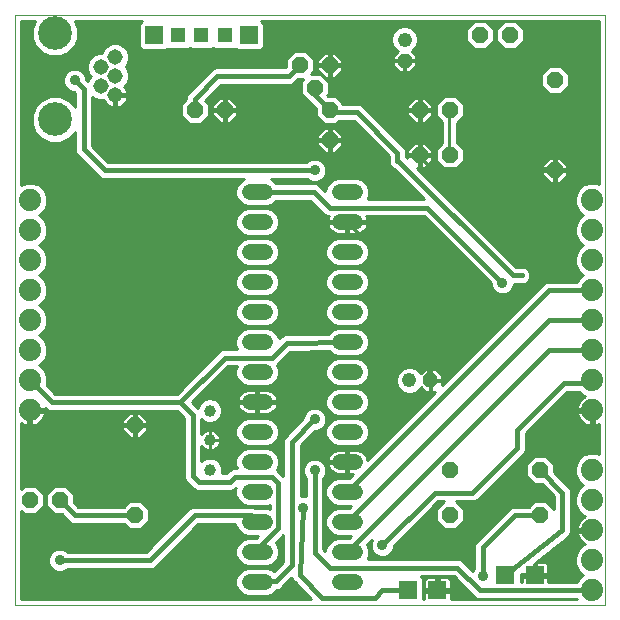
<source format=gtl>
G75*
%MOIN*%
%OFA0B0*%
%FSLAX25Y25*%
%IPPOS*%
%LPD*%
%AMOC8*
5,1,8,0,0,1.08239X$1,22.5*
%
%ADD10C,0.00000*%
%ADD11OC8,0.04800*%
%ADD12C,0.04800*%
%ADD13OC8,0.05200*%
%ADD14C,0.05150*%
%ADD15C,0.11220*%
%ADD16C,0.07400*%
%ADD17R,0.05150X0.05150*%
%ADD18R,0.05937X0.05937*%
%ADD19C,0.03969*%
%ADD20C,0.05200*%
%ADD21C,0.01600*%
%ADD22C,0.01000*%
%ADD23C,0.03562*%
D10*
X0009867Y0006093D02*
X0009867Y0202943D01*
X0206717Y0202943D01*
X0206717Y0006093D01*
X0009867Y0006093D01*
D11*
X0148367Y0081093D03*
X0139867Y0187593D03*
D12*
X0139867Y0194593D03*
X0141367Y0081093D03*
D13*
X0154867Y0051093D03*
X0154867Y0036093D03*
X0184867Y0036093D03*
X0184867Y0051093D03*
X0189867Y0151093D03*
X0189867Y0181093D03*
X0174867Y0196093D03*
X0164867Y0196093D03*
X0154867Y0171093D03*
X0144867Y0171093D03*
X0144867Y0156093D03*
X0154867Y0156093D03*
X0114867Y0161093D03*
X0114867Y0171093D03*
X0109867Y0178593D03*
X0114867Y0186093D03*
X0104867Y0186093D03*
X0079867Y0171093D03*
X0069867Y0171093D03*
X0049867Y0066093D03*
X0024867Y0041093D03*
X0014867Y0041093D03*
X0049867Y0036093D03*
D14*
X0043371Y0176093D03*
X0038646Y0179242D03*
X0043371Y0182392D03*
X0038646Y0185541D03*
X0043371Y0188691D03*
D15*
X0023292Y0196762D03*
X0023292Y0168022D03*
D16*
X0014867Y0141093D03*
X0014867Y0131093D03*
X0014867Y0121093D03*
X0014867Y0111093D03*
X0014867Y0101093D03*
X0014867Y0091093D03*
X0014867Y0081093D03*
X0014867Y0071093D03*
X0202367Y0071093D03*
X0202367Y0081093D03*
X0202367Y0091093D03*
X0202367Y0101093D03*
X0202367Y0111093D03*
X0202367Y0121093D03*
X0202367Y0131093D03*
X0202367Y0141093D03*
X0202367Y0051093D03*
X0202367Y0041093D03*
X0202367Y0031093D03*
X0202367Y0021093D03*
X0202367Y0011093D03*
D17*
X0079945Y0196093D03*
X0072071Y0196093D03*
X0064197Y0196093D03*
D18*
X0056323Y0196093D03*
X0087819Y0196093D03*
X0173430Y0016093D03*
X0183272Y0016093D03*
X0150772Y0011093D03*
X0140930Y0011093D03*
D19*
X0074867Y0051250D03*
X0074867Y0061093D03*
X0074867Y0070935D03*
D20*
X0088133Y0073848D02*
X0093333Y0073848D01*
X0093333Y0063848D02*
X0088133Y0063848D01*
X0088133Y0053848D02*
X0093333Y0053848D01*
X0093333Y0043848D02*
X0088133Y0043848D01*
X0088133Y0033848D02*
X0093333Y0033848D01*
X0093333Y0023848D02*
X0088133Y0023848D01*
X0088133Y0013848D02*
X0093333Y0013848D01*
X0118133Y0013848D02*
X0123333Y0013848D01*
X0123333Y0023848D02*
X0118133Y0023848D01*
X0118133Y0033848D02*
X0123333Y0033848D01*
X0123333Y0043848D02*
X0118133Y0043848D01*
X0118133Y0053848D02*
X0123333Y0053848D01*
X0123333Y0063848D02*
X0118133Y0063848D01*
X0118133Y0073848D02*
X0123333Y0073848D01*
X0123333Y0083848D02*
X0118133Y0083848D01*
X0118133Y0093848D02*
X0123333Y0093848D01*
X0123333Y0103848D02*
X0118133Y0103848D01*
X0118133Y0113848D02*
X0123333Y0113848D01*
X0123333Y0123848D02*
X0118133Y0123848D01*
X0118133Y0133848D02*
X0123333Y0133848D01*
X0123333Y0143848D02*
X0118133Y0143848D01*
X0093333Y0143848D02*
X0088133Y0143848D01*
X0088133Y0133848D02*
X0093333Y0133848D01*
X0093333Y0123848D02*
X0088133Y0123848D01*
X0088133Y0113848D02*
X0093333Y0113848D01*
X0093333Y0103848D02*
X0088133Y0103848D01*
X0088133Y0093848D02*
X0093333Y0093848D01*
X0093333Y0083848D02*
X0088133Y0083848D01*
D21*
X0095617Y0088593D02*
X0079867Y0088593D01*
X0064992Y0073718D01*
X0022242Y0073718D01*
X0014867Y0081093D01*
X0042867Y0085093D02*
X0045867Y0082093D01*
X0046867Y0082093D01*
X0064992Y0073718D02*
X0069117Y0069593D01*
X0069117Y0049218D01*
X0071117Y0047218D01*
X0081492Y0047218D01*
X0083117Y0048843D01*
X0095617Y0048843D01*
X0097742Y0046718D01*
X0097742Y0031968D01*
X0090733Y0024959D01*
X0090733Y0023848D01*
X0090977Y0014093D02*
X0090733Y0013848D01*
X0090977Y0014093D02*
X0096867Y0014093D01*
X0102242Y0019468D01*
X0102242Y0060593D01*
X0109742Y0068093D01*
X0109867Y0068093D01*
X0109867Y0051093D02*
X0109867Y0023593D01*
X0114867Y0018593D01*
X0157367Y0018593D01*
X0164867Y0011093D01*
X0202367Y0011093D01*
X0192367Y0031093D02*
X0173430Y0016093D01*
X0165992Y0015718D02*
X0165992Y0025468D01*
X0176617Y0036093D01*
X0184867Y0036093D01*
X0192367Y0031093D02*
X0192367Y0043593D01*
X0184867Y0051093D01*
X0177367Y0058593D02*
X0162367Y0043593D01*
X0149867Y0043593D01*
X0132367Y0026093D01*
X0120733Y0023848D02*
X0187977Y0091093D01*
X0202367Y0091093D01*
X0202367Y0101093D02*
X0187977Y0101093D01*
X0120733Y0033848D01*
X0120733Y0043848D02*
X0187977Y0111093D01*
X0202367Y0111093D01*
X0178867Y0116093D02*
X0175867Y0116093D01*
X0137742Y0154218D01*
X0137367Y0154218D01*
X0137367Y0156968D01*
X0123992Y0170343D01*
X0115617Y0170343D01*
X0114867Y0171093D01*
X0109867Y0176093D01*
X0109867Y0178593D01*
X0104867Y0186093D02*
X0101242Y0182468D01*
X0077367Y0182468D01*
X0069867Y0174968D01*
X0069867Y0171093D01*
X0090733Y0143848D02*
X0109611Y0143848D01*
X0114867Y0138593D01*
X0147367Y0138593D01*
X0172367Y0113593D01*
X0202367Y0081093D02*
X0201367Y0080093D01*
X0192867Y0080093D01*
X0177367Y0064593D01*
X0177367Y0058593D01*
X0171867Y0044093D02*
X0169867Y0042093D01*
X0140930Y0011093D02*
X0132367Y0011093D01*
X0129867Y0008593D01*
X0112367Y0008593D01*
X0104867Y0016093D01*
X0105867Y0038593D01*
X0090733Y0033848D02*
X0088489Y0036093D01*
X0069867Y0036093D01*
X0054867Y0021093D01*
X0024867Y0021093D01*
X0029867Y0036093D02*
X0024867Y0041093D01*
X0029867Y0036093D02*
X0049867Y0036093D01*
X0095617Y0088593D02*
X0100492Y0093468D01*
X0120733Y0093848D01*
X0109867Y0151093D02*
X0039867Y0151093D01*
X0032867Y0158093D01*
X0032867Y0178093D01*
X0029867Y0181093D01*
X0189867Y0151093D02*
X0189867Y0149593D01*
X0190117Y0149343D01*
X0189867Y0151093D02*
X0190492Y0151093D01*
D22*
X0190167Y0150877D02*
X0204617Y0150877D01*
X0204617Y0151875D02*
X0193967Y0151875D01*
X0193967Y0151393D02*
X0193967Y0152791D01*
X0191565Y0155193D01*
X0190167Y0155193D01*
X0190167Y0151393D01*
X0189567Y0151393D01*
X0189567Y0155192D01*
X0188168Y0155193D01*
X0185767Y0152791D01*
X0185767Y0151393D01*
X0189567Y0151393D01*
X0189567Y0150792D01*
X0190167Y0150792D01*
X0190167Y0146993D01*
X0191565Y0146993D01*
X0193967Y0149394D01*
X0193967Y0150792D01*
X0190167Y0150792D01*
X0190167Y0151393D01*
X0193967Y0151393D01*
X0193884Y0152874D02*
X0204617Y0152874D01*
X0204617Y0153872D02*
X0192885Y0153872D01*
X0191887Y0154871D02*
X0204617Y0154871D01*
X0204617Y0155869D02*
X0159567Y0155869D01*
X0159567Y0154871D02*
X0187847Y0154871D01*
X0186848Y0153872D02*
X0159293Y0153872D01*
X0159567Y0154146D02*
X0159567Y0158039D01*
X0157367Y0160239D01*
X0157367Y0166946D01*
X0159567Y0169146D01*
X0159567Y0173039D01*
X0156813Y0175793D01*
X0152920Y0175793D01*
X0150167Y0173039D01*
X0150167Y0169146D01*
X0152167Y0167146D01*
X0152167Y0160039D01*
X0150167Y0158039D01*
X0150167Y0154146D01*
X0152920Y0151393D01*
X0156813Y0151393D01*
X0159567Y0154146D01*
X0158295Y0152874D02*
X0185850Y0152874D01*
X0185767Y0151875D02*
X0157296Y0151875D01*
X0152437Y0151875D02*
X0144185Y0151875D01*
X0144068Y0151993D02*
X0144567Y0151993D01*
X0144567Y0155792D01*
X0145167Y0155792D01*
X0145167Y0151993D01*
X0146565Y0151993D01*
X0148967Y0154394D01*
X0148967Y0155792D01*
X0145167Y0155792D01*
X0145167Y0156393D01*
X0144567Y0156393D01*
X0144567Y0160192D01*
X0143168Y0160193D01*
X0140767Y0157791D01*
X0140767Y0156393D01*
X0144567Y0156393D01*
X0144567Y0155792D01*
X0140767Y0155792D01*
X0140767Y0155294D01*
X0140267Y0155794D01*
X0140267Y0157544D01*
X0139825Y0158610D01*
X0126450Y0171985D01*
X0125634Y0172801D01*
X0124569Y0173243D01*
X0119363Y0173243D01*
X0116813Y0175793D01*
X0114268Y0175793D01*
X0113991Y0176070D01*
X0114567Y0176646D01*
X0114567Y0180539D01*
X0111813Y0183293D01*
X0108713Y0183293D01*
X0109567Y0184146D01*
X0109567Y0188039D01*
X0106813Y0190793D01*
X0102920Y0190793D01*
X0100167Y0188039D01*
X0100167Y0185494D01*
X0100040Y0185368D01*
X0076790Y0185368D01*
X0075724Y0184926D01*
X0074908Y0184110D01*
X0067408Y0176610D01*
X0066967Y0175544D01*
X0066967Y0174839D01*
X0065167Y0173039D01*
X0065167Y0169146D01*
X0067920Y0166393D01*
X0071813Y0166393D01*
X0074567Y0169146D01*
X0074567Y0173039D01*
X0073303Y0174303D01*
X0078568Y0179568D01*
X0101819Y0179568D01*
X0102884Y0180009D01*
X0104268Y0181393D01*
X0106020Y0181393D01*
X0105167Y0180539D01*
X0105167Y0176646D01*
X0107920Y0173893D01*
X0107965Y0173893D01*
X0108224Y0173634D01*
X0110167Y0171691D01*
X0110167Y0169146D01*
X0112920Y0166393D01*
X0116813Y0166393D01*
X0117863Y0167443D01*
X0122790Y0167443D01*
X0134467Y0155766D01*
X0134467Y0153641D01*
X0134908Y0152575D01*
X0135724Y0151759D01*
X0136364Y0151494D01*
X0146365Y0141493D01*
X0127444Y0141493D01*
X0128033Y0142914D01*
X0128033Y0144783D01*
X0127317Y0146511D01*
X0125995Y0147833D01*
X0124268Y0148548D01*
X0117198Y0148548D01*
X0115470Y0147833D01*
X0114148Y0146511D01*
X0113433Y0144783D01*
X0113433Y0144128D01*
X0111253Y0146307D01*
X0110188Y0146748D01*
X0097080Y0146748D01*
X0095995Y0147833D01*
X0095127Y0148193D01*
X0107278Y0148193D01*
X0107668Y0147802D01*
X0109095Y0147211D01*
X0110639Y0147211D01*
X0112065Y0147802D01*
X0113157Y0148894D01*
X0113748Y0150321D01*
X0113748Y0151865D01*
X0113157Y0153291D01*
X0112065Y0154383D01*
X0110639Y0154974D01*
X0109095Y0154974D01*
X0107668Y0154383D01*
X0107278Y0153993D01*
X0041068Y0153993D01*
X0035767Y0159294D01*
X0035767Y0175511D01*
X0035998Y0175279D01*
X0037716Y0174567D01*
X0039576Y0174567D01*
X0039581Y0174569D01*
X0039594Y0174528D01*
X0039886Y0173957D01*
X0040263Y0173438D01*
X0040716Y0172984D01*
X0041235Y0172607D01*
X0041806Y0172316D01*
X0042416Y0172118D01*
X0043050Y0172018D01*
X0043083Y0172018D01*
X0043083Y0175805D01*
X0043658Y0175805D01*
X0043658Y0172018D01*
X0043691Y0172018D01*
X0044325Y0172118D01*
X0044935Y0172316D01*
X0045506Y0172607D01*
X0046025Y0172984D01*
X0046479Y0173438D01*
X0046856Y0173957D01*
X0047147Y0174528D01*
X0047345Y0175138D01*
X0047445Y0175772D01*
X0047445Y0175805D01*
X0043658Y0175805D01*
X0043658Y0176380D01*
X0047445Y0176380D01*
X0047445Y0176413D01*
X0047345Y0177047D01*
X0047147Y0177657D01*
X0046856Y0178228D01*
X0046479Y0178747D01*
X0046408Y0178818D01*
X0047334Y0179744D01*
X0048045Y0181462D01*
X0048045Y0183322D01*
X0047334Y0185040D01*
X0046832Y0185541D01*
X0047334Y0186043D01*
X0048045Y0187761D01*
X0048045Y0189621D01*
X0047334Y0191339D01*
X0046019Y0192654D01*
X0044300Y0193366D01*
X0042441Y0193366D01*
X0040723Y0192654D01*
X0039407Y0191339D01*
X0038942Y0190216D01*
X0037716Y0190216D01*
X0035998Y0189504D01*
X0034683Y0188189D01*
X0033971Y0186471D01*
X0033971Y0184611D01*
X0034683Y0182893D01*
X0035185Y0182392D01*
X0034683Y0181890D01*
X0034240Y0180820D01*
X0033748Y0181313D01*
X0033748Y0181865D01*
X0033157Y0183291D01*
X0032065Y0184383D01*
X0030639Y0184974D01*
X0029095Y0184974D01*
X0027668Y0184383D01*
X0026576Y0183291D01*
X0025986Y0181865D01*
X0025986Y0180321D01*
X0026576Y0178894D01*
X0027668Y0177802D01*
X0029095Y0177211D01*
X0029647Y0177211D01*
X0029967Y0176891D01*
X0029967Y0172055D01*
X0029828Y0172389D01*
X0027659Y0174558D01*
X0024826Y0175732D01*
X0021758Y0175732D01*
X0018924Y0174558D01*
X0016755Y0172389D01*
X0015582Y0169555D01*
X0015582Y0166488D01*
X0016755Y0163654D01*
X0018924Y0161485D01*
X0021758Y0160311D01*
X0024826Y0160311D01*
X0027659Y0161485D01*
X0029828Y0163654D01*
X0029967Y0163988D01*
X0029967Y0157516D01*
X0030408Y0156450D01*
X0031224Y0155634D01*
X0038224Y0148634D01*
X0039290Y0148193D01*
X0086339Y0148193D01*
X0085470Y0147833D01*
X0084148Y0146511D01*
X0083433Y0144783D01*
X0083433Y0142914D01*
X0084148Y0141186D01*
X0085470Y0139864D01*
X0087198Y0139148D01*
X0094268Y0139148D01*
X0095995Y0139864D01*
X0097080Y0140948D01*
X0108410Y0140948D01*
X0112408Y0136950D01*
X0113224Y0136134D01*
X0114290Y0135693D01*
X0114471Y0135693D01*
X0114333Y0135422D01*
X0114134Y0134809D01*
X0114033Y0134171D01*
X0114033Y0134148D01*
X0120433Y0134148D01*
X0120433Y0133548D01*
X0121033Y0133548D01*
X0121033Y0129748D01*
X0123655Y0129748D01*
X0124293Y0129849D01*
X0124907Y0130049D01*
X0125482Y0130342D01*
X0126004Y0130721D01*
X0126460Y0131177D01*
X0126839Y0131700D01*
X0127132Y0132275D01*
X0127332Y0132888D01*
X0127433Y0133526D01*
X0127433Y0133548D01*
X0121033Y0133548D01*
X0121033Y0134148D01*
X0127433Y0134148D01*
X0127433Y0134171D01*
X0127332Y0134809D01*
X0127132Y0135422D01*
X0126995Y0135693D01*
X0146165Y0135693D01*
X0168486Y0113372D01*
X0168486Y0112821D01*
X0169076Y0111394D01*
X0170168Y0110302D01*
X0171595Y0109711D01*
X0173139Y0109711D01*
X0174565Y0110302D01*
X0175657Y0111394D01*
X0176248Y0112821D01*
X0176248Y0113193D01*
X0179444Y0113193D01*
X0180509Y0113634D01*
X0181325Y0114450D01*
X0181767Y0115516D01*
X0181767Y0116669D01*
X0181325Y0117735D01*
X0180509Y0118551D01*
X0179444Y0118993D01*
X0177068Y0118993D01*
X0144068Y0151993D01*
X0144567Y0152874D02*
X0145167Y0152874D01*
X0145167Y0153872D02*
X0144567Y0153872D01*
X0144567Y0154871D02*
X0145167Y0154871D01*
X0144867Y0155493D02*
X0144867Y0156093D01*
X0145167Y0155869D02*
X0150167Y0155869D01*
X0150167Y0154871D02*
X0148967Y0154871D01*
X0148445Y0153872D02*
X0150440Y0153872D01*
X0151439Y0152874D02*
X0147446Y0152874D01*
X0148467Y0151893D02*
X0144867Y0155493D01*
X0144567Y0155869D02*
X0140267Y0155869D01*
X0140267Y0156868D02*
X0140767Y0156868D01*
X0140842Y0157866D02*
X0140133Y0157866D01*
X0139571Y0158865D02*
X0141841Y0158865D01*
X0142839Y0159863D02*
X0138572Y0159863D01*
X0137574Y0160862D02*
X0152167Y0160862D01*
X0152167Y0161860D02*
X0136575Y0161860D01*
X0135577Y0162859D02*
X0152167Y0162859D01*
X0152167Y0163857D02*
X0134578Y0163857D01*
X0133580Y0164856D02*
X0152167Y0164856D01*
X0152167Y0165854D02*
X0132581Y0165854D01*
X0131583Y0166853D02*
X0152167Y0166853D01*
X0151461Y0167851D02*
X0147424Y0167851D01*
X0146565Y0166993D02*
X0148967Y0169394D01*
X0148967Y0170792D01*
X0145167Y0170792D01*
X0145167Y0166993D01*
X0146565Y0166993D01*
X0145167Y0167851D02*
X0144567Y0167851D01*
X0144567Y0166993D02*
X0144567Y0170792D01*
X0145167Y0170792D01*
X0145167Y0171393D01*
X0144567Y0171393D01*
X0144567Y0175192D01*
X0143168Y0175193D01*
X0140767Y0172791D01*
X0140767Y0171393D01*
X0144567Y0171393D01*
X0144567Y0170792D01*
X0140767Y0170792D01*
X0140767Y0169394D01*
X0143168Y0166993D01*
X0144567Y0166993D01*
X0144567Y0168850D02*
X0145167Y0168850D01*
X0145167Y0169848D02*
X0144567Y0169848D01*
X0144567Y0170847D02*
X0127588Y0170847D01*
X0126590Y0171845D02*
X0140767Y0171845D01*
X0140820Y0172844D02*
X0125531Y0172844D01*
X0128587Y0169848D02*
X0140767Y0169848D01*
X0141311Y0168850D02*
X0129586Y0168850D01*
X0130584Y0167851D02*
X0142310Y0167851D01*
X0145167Y0170847D02*
X0150167Y0170847D01*
X0150167Y0171845D02*
X0148967Y0171845D01*
X0148967Y0171393D02*
X0148967Y0172791D01*
X0146565Y0175193D01*
X0145167Y0175193D01*
X0145167Y0171393D01*
X0148967Y0171393D01*
X0148914Y0172844D02*
X0150167Y0172844D01*
X0150970Y0173842D02*
X0147915Y0173842D01*
X0146916Y0174841D02*
X0151968Y0174841D01*
X0154867Y0171093D02*
X0154767Y0170793D01*
X0154767Y0156393D01*
X0154867Y0156093D01*
X0157743Y0159863D02*
X0204617Y0159863D01*
X0204617Y0158865D02*
X0158741Y0158865D01*
X0159567Y0157866D02*
X0204617Y0157866D01*
X0204617Y0156868D02*
X0159567Y0156868D01*
X0157367Y0160862D02*
X0204617Y0160862D01*
X0204617Y0161860D02*
X0157367Y0161860D01*
X0157367Y0162859D02*
X0204617Y0162859D01*
X0204617Y0163857D02*
X0157367Y0163857D01*
X0157367Y0164856D02*
X0204617Y0164856D01*
X0204617Y0165854D02*
X0157367Y0165854D01*
X0157367Y0166853D02*
X0204617Y0166853D01*
X0204617Y0167851D02*
X0158272Y0167851D01*
X0159271Y0168850D02*
X0204617Y0168850D01*
X0204617Y0169848D02*
X0159567Y0169848D01*
X0159567Y0170847D02*
X0204617Y0170847D01*
X0204617Y0171845D02*
X0159567Y0171845D01*
X0159567Y0172844D02*
X0204617Y0172844D01*
X0204617Y0173842D02*
X0158764Y0173842D01*
X0157765Y0174841D02*
X0204617Y0174841D01*
X0204617Y0175839D02*
X0114221Y0175839D01*
X0114567Y0176838D02*
X0187474Y0176838D01*
X0187920Y0176393D02*
X0185167Y0179146D01*
X0185167Y0183039D01*
X0187920Y0185793D01*
X0191813Y0185793D01*
X0194567Y0183039D01*
X0194567Y0179146D01*
X0191813Y0176393D01*
X0187920Y0176393D01*
X0186476Y0177836D02*
X0114567Y0177836D01*
X0114567Y0178835D02*
X0185477Y0178835D01*
X0185167Y0179833D02*
X0114567Y0179833D01*
X0114274Y0180832D02*
X0185167Y0180832D01*
X0185167Y0181831D02*
X0113275Y0181831D01*
X0113168Y0181993D02*
X0114567Y0181993D01*
X0114567Y0185792D01*
X0115167Y0185792D01*
X0115167Y0181993D01*
X0116565Y0181993D01*
X0118967Y0184394D01*
X0118967Y0185792D01*
X0115167Y0185792D01*
X0115167Y0186393D01*
X0114567Y0186393D01*
X0114567Y0190192D01*
X0113168Y0190193D01*
X0110767Y0187791D01*
X0110767Y0186393D01*
X0114567Y0186393D01*
X0114567Y0185792D01*
X0110767Y0185792D01*
X0110767Y0184394D01*
X0113168Y0181993D01*
X0112332Y0182829D02*
X0112277Y0182829D01*
X0111333Y0183828D02*
X0109248Y0183828D01*
X0109567Y0184826D02*
X0110767Y0184826D01*
X0109567Y0185825D02*
X0114567Y0185825D01*
X0115167Y0185825D02*
X0136119Y0185825D01*
X0135967Y0185977D02*
X0138251Y0183693D01*
X0139667Y0183693D01*
X0139667Y0187392D01*
X0140067Y0187392D01*
X0140067Y0183693D01*
X0141482Y0183693D01*
X0143767Y0185977D01*
X0143767Y0187392D01*
X0140067Y0187392D01*
X0140067Y0187793D01*
X0143767Y0187793D01*
X0143767Y0189208D01*
X0142261Y0190714D01*
X0142416Y0190778D01*
X0143682Y0192043D01*
X0144367Y0193697D01*
X0144367Y0195488D01*
X0143682Y0197142D01*
X0142416Y0198407D01*
X0140762Y0199093D01*
X0138972Y0199093D01*
X0137318Y0198407D01*
X0136052Y0197142D01*
X0135367Y0195488D01*
X0135367Y0193697D01*
X0136052Y0192043D01*
X0137318Y0190778D01*
X0137472Y0190714D01*
X0135967Y0189208D01*
X0135967Y0187793D01*
X0139667Y0187793D01*
X0139667Y0187392D01*
X0135967Y0187392D01*
X0135967Y0185977D01*
X0135967Y0186823D02*
X0118967Y0186823D01*
X0118967Y0186393D02*
X0118967Y0187791D01*
X0116565Y0190193D01*
X0115167Y0190193D01*
X0115167Y0186393D01*
X0118967Y0186393D01*
X0118936Y0187822D02*
X0135967Y0187822D01*
X0135967Y0188820D02*
X0117937Y0188820D01*
X0116939Y0189819D02*
X0136577Y0189819D01*
X0137278Y0190817D02*
X0047550Y0190817D01*
X0047963Y0189819D02*
X0101946Y0189819D01*
X0100947Y0188820D02*
X0048045Y0188820D01*
X0048045Y0187822D02*
X0100167Y0187822D01*
X0100167Y0186823D02*
X0047657Y0186823D01*
X0047115Y0185825D02*
X0100167Y0185825D01*
X0103707Y0180832D02*
X0105459Y0180832D01*
X0105167Y0179833D02*
X0102461Y0179833D01*
X0105167Y0178835D02*
X0077835Y0178835D01*
X0076837Y0177836D02*
X0105167Y0177836D01*
X0105167Y0176838D02*
X0075838Y0176838D01*
X0074840Y0175839D02*
X0105973Y0175839D01*
X0106971Y0174841D02*
X0081916Y0174841D01*
X0081565Y0175193D02*
X0080167Y0175193D01*
X0080167Y0171393D01*
X0079567Y0171393D01*
X0079567Y0175192D01*
X0078168Y0175193D01*
X0075767Y0172791D01*
X0075767Y0171393D01*
X0079567Y0171393D01*
X0079567Y0170792D01*
X0080167Y0170792D01*
X0080167Y0166993D01*
X0081565Y0166993D01*
X0083967Y0169394D01*
X0083967Y0170792D01*
X0080167Y0170792D01*
X0080167Y0171393D01*
X0083967Y0171393D01*
X0083967Y0172791D01*
X0081565Y0175193D01*
X0080167Y0174841D02*
X0079567Y0174841D01*
X0079567Y0173842D02*
X0080167Y0173842D01*
X0080167Y0172844D02*
X0079567Y0172844D01*
X0079567Y0171845D02*
X0080167Y0171845D01*
X0080167Y0170847D02*
X0110167Y0170847D01*
X0110167Y0169848D02*
X0083967Y0169848D01*
X0083422Y0168850D02*
X0110463Y0168850D01*
X0111461Y0167851D02*
X0082424Y0167851D01*
X0080167Y0167851D02*
X0079567Y0167851D01*
X0079567Y0166993D02*
X0079567Y0170792D01*
X0075767Y0170792D01*
X0075767Y0169394D01*
X0078168Y0166993D01*
X0079567Y0166993D01*
X0079567Y0168850D02*
X0080167Y0168850D01*
X0080167Y0169848D02*
X0079567Y0169848D01*
X0079567Y0170847D02*
X0074567Y0170847D01*
X0074567Y0171845D02*
X0075767Y0171845D01*
X0075820Y0172844D02*
X0074567Y0172844D01*
X0073764Y0173842D02*
X0076818Y0173842D01*
X0077817Y0174841D02*
X0073841Y0174841D01*
X0069633Y0178835D02*
X0046425Y0178835D01*
X0047055Y0177836D02*
X0068634Y0177836D01*
X0067636Y0176838D02*
X0047378Y0176838D01*
X0047248Y0174841D02*
X0066967Y0174841D01*
X0067089Y0175839D02*
X0043658Y0175839D01*
X0043658Y0174841D02*
X0043083Y0174841D01*
X0043083Y0173842D02*
X0043658Y0173842D01*
X0043658Y0172844D02*
X0043083Y0172844D01*
X0040909Y0172844D02*
X0035767Y0172844D01*
X0035767Y0173842D02*
X0039969Y0173842D01*
X0037056Y0174841D02*
X0035767Y0174841D01*
X0035767Y0171845D02*
X0065167Y0171845D01*
X0065167Y0170847D02*
X0035767Y0170847D01*
X0035767Y0169848D02*
X0065167Y0169848D01*
X0065463Y0168850D02*
X0035767Y0168850D01*
X0035767Y0167851D02*
X0066461Y0167851D01*
X0067460Y0166853D02*
X0035767Y0166853D01*
X0035767Y0165854D02*
X0124379Y0165854D01*
X0125377Y0164856D02*
X0116902Y0164856D01*
X0116565Y0165193D02*
X0115167Y0165193D01*
X0115167Y0161393D01*
X0114567Y0161393D01*
X0114567Y0165192D01*
X0113168Y0165193D01*
X0110767Y0162791D01*
X0110767Y0161393D01*
X0114567Y0161393D01*
X0114567Y0160792D01*
X0115167Y0160792D01*
X0115167Y0156993D01*
X0116565Y0156993D01*
X0118967Y0159394D01*
X0118967Y0160792D01*
X0115167Y0160792D01*
X0115167Y0161393D01*
X0118967Y0161393D01*
X0118967Y0162791D01*
X0116565Y0165193D01*
X0115167Y0164856D02*
X0114567Y0164856D01*
X0114567Y0163857D02*
X0115167Y0163857D01*
X0115167Y0162859D02*
X0114567Y0162859D01*
X0114567Y0161860D02*
X0115167Y0161860D01*
X0115167Y0160862D02*
X0129371Y0160862D01*
X0128373Y0161860D02*
X0118967Y0161860D01*
X0118899Y0162859D02*
X0127374Y0162859D01*
X0126376Y0163857D02*
X0117900Y0163857D01*
X0117274Y0166853D02*
X0123380Y0166853D01*
X0118764Y0173842D02*
X0141818Y0173842D01*
X0142817Y0174841D02*
X0117765Y0174841D01*
X0117401Y0182829D02*
X0185167Y0182829D01*
X0185955Y0183828D02*
X0141617Y0183828D01*
X0142616Y0184826D02*
X0186953Y0184826D01*
X0192780Y0184826D02*
X0204617Y0184826D01*
X0204617Y0183828D02*
X0193778Y0183828D01*
X0194567Y0182829D02*
X0204617Y0182829D01*
X0204617Y0181831D02*
X0194567Y0181831D01*
X0194567Y0180832D02*
X0204617Y0180832D01*
X0204617Y0179833D02*
X0194567Y0179833D01*
X0194256Y0178835D02*
X0204617Y0178835D01*
X0204617Y0177836D02*
X0193257Y0177836D01*
X0192259Y0176838D02*
X0204617Y0176838D01*
X0204617Y0185825D02*
X0143614Y0185825D01*
X0143767Y0186823D02*
X0204617Y0186823D01*
X0204617Y0187822D02*
X0143767Y0187822D01*
X0143767Y0188820D02*
X0204617Y0188820D01*
X0204617Y0189819D02*
X0143156Y0189819D01*
X0142455Y0190817D02*
X0204617Y0190817D01*
X0204617Y0191816D02*
X0177237Y0191816D01*
X0176813Y0191393D02*
X0179567Y0194146D01*
X0179567Y0198039D01*
X0176813Y0200793D01*
X0172920Y0200793D01*
X0170167Y0198039D01*
X0170167Y0194146D01*
X0172920Y0191393D01*
X0176813Y0191393D01*
X0178235Y0192814D02*
X0204617Y0192814D01*
X0204617Y0193813D02*
X0179234Y0193813D01*
X0179567Y0194811D02*
X0204617Y0194811D01*
X0204617Y0195810D02*
X0179567Y0195810D01*
X0179567Y0196808D02*
X0204617Y0196808D01*
X0204617Y0197807D02*
X0179567Y0197807D01*
X0178801Y0198805D02*
X0204617Y0198805D01*
X0204617Y0199804D02*
X0177802Y0199804D01*
X0171931Y0199804D02*
X0167802Y0199804D01*
X0166813Y0200793D02*
X0169567Y0198039D01*
X0169567Y0194146D01*
X0166813Y0191393D01*
X0162920Y0191393D01*
X0160167Y0194146D01*
X0160167Y0198039D01*
X0162920Y0200793D01*
X0166813Y0200793D01*
X0168801Y0198805D02*
X0170933Y0198805D01*
X0170167Y0197807D02*
X0169567Y0197807D01*
X0169567Y0196808D02*
X0170167Y0196808D01*
X0170167Y0195810D02*
X0169567Y0195810D01*
X0169567Y0194811D02*
X0170167Y0194811D01*
X0170500Y0193813D02*
X0169234Y0193813D01*
X0168235Y0192814D02*
X0171498Y0192814D01*
X0172497Y0191816D02*
X0167237Y0191816D01*
X0162497Y0191816D02*
X0143454Y0191816D01*
X0144001Y0192814D02*
X0161498Y0192814D01*
X0160500Y0193813D02*
X0144367Y0193813D01*
X0144367Y0194811D02*
X0160167Y0194811D01*
X0160167Y0195810D02*
X0144233Y0195810D01*
X0143820Y0196808D02*
X0160167Y0196808D01*
X0160167Y0197807D02*
X0143016Y0197807D01*
X0141455Y0198805D02*
X0160933Y0198805D01*
X0161931Y0199804D02*
X0092888Y0199804D01*
X0092888Y0199931D02*
X0091976Y0200843D01*
X0204617Y0200843D01*
X0204617Y0146438D01*
X0203520Y0146893D01*
X0201213Y0146893D01*
X0199081Y0146010D01*
X0197450Y0144378D01*
X0196567Y0142246D01*
X0196567Y0139939D01*
X0197450Y0137807D01*
X0199081Y0136176D01*
X0199282Y0136093D01*
X0199081Y0136010D01*
X0197450Y0134378D01*
X0196567Y0132246D01*
X0196567Y0129939D01*
X0197450Y0127807D01*
X0199081Y0126176D01*
X0199282Y0126093D01*
X0199081Y0126010D01*
X0197450Y0124378D01*
X0196567Y0122246D01*
X0196567Y0119939D01*
X0197450Y0117807D01*
X0199081Y0116176D01*
X0199282Y0116093D01*
X0199081Y0116010D01*
X0197450Y0114378D01*
X0197290Y0113993D01*
X0187400Y0113993D01*
X0186334Y0113551D01*
X0152267Y0079483D01*
X0152267Y0080892D01*
X0148567Y0080892D01*
X0148567Y0077193D01*
X0149976Y0077193D01*
X0127367Y0054584D01*
X0127332Y0054809D01*
X0127132Y0055422D01*
X0126839Y0055997D01*
X0126460Y0056519D01*
X0126004Y0056976D01*
X0125482Y0057355D01*
X0124907Y0057648D01*
X0124293Y0057847D01*
X0123655Y0057948D01*
X0121033Y0057948D01*
X0121033Y0054148D01*
X0120433Y0054148D01*
X0120433Y0053548D01*
X0121033Y0053548D01*
X0121033Y0049748D01*
X0122532Y0049748D01*
X0121332Y0048548D01*
X0117198Y0048548D01*
X0115470Y0047833D01*
X0114148Y0046511D01*
X0113433Y0044783D01*
X0113433Y0042914D01*
X0114148Y0041186D01*
X0115470Y0039864D01*
X0117198Y0039148D01*
X0121932Y0039148D01*
X0121332Y0038548D01*
X0117198Y0038548D01*
X0115470Y0037833D01*
X0114148Y0036511D01*
X0113433Y0034783D01*
X0113433Y0032914D01*
X0114148Y0031186D01*
X0115470Y0029864D01*
X0117198Y0029148D01*
X0121932Y0029148D01*
X0121332Y0028548D01*
X0117198Y0028548D01*
X0115470Y0027833D01*
X0114148Y0026511D01*
X0113433Y0024783D01*
X0113433Y0024128D01*
X0112767Y0024794D01*
X0112767Y0048504D01*
X0113157Y0048894D01*
X0113748Y0050321D01*
X0113748Y0051865D01*
X0113157Y0053291D01*
X0112065Y0054383D01*
X0110639Y0054974D01*
X0109095Y0054974D01*
X0107668Y0054383D01*
X0106576Y0053291D01*
X0105986Y0051865D01*
X0105986Y0050321D01*
X0106576Y0048894D01*
X0106967Y0048504D01*
X0106967Y0042338D01*
X0106639Y0042474D01*
X0105142Y0042474D01*
X0105142Y0059391D01*
X0109962Y0064211D01*
X0110639Y0064211D01*
X0112065Y0064802D01*
X0113157Y0065894D01*
X0113748Y0067321D01*
X0113748Y0068865D01*
X0113157Y0070291D01*
X0112065Y0071383D01*
X0110639Y0071974D01*
X0109095Y0071974D01*
X0107668Y0071383D01*
X0106576Y0070291D01*
X0105986Y0068865D01*
X0105986Y0068438D01*
X0099783Y0062235D01*
X0099342Y0061169D01*
X0099342Y0049219D01*
X0098075Y0050485D01*
X0097334Y0051226D01*
X0098033Y0052914D01*
X0098033Y0054783D01*
X0097317Y0056511D01*
X0095995Y0057833D01*
X0094268Y0058548D01*
X0087198Y0058548D01*
X0085470Y0057833D01*
X0084148Y0056511D01*
X0083433Y0054783D01*
X0083433Y0052914D01*
X0083918Y0051743D01*
X0082540Y0051743D01*
X0081474Y0051301D01*
X0080290Y0050118D01*
X0078818Y0050118D01*
X0078951Y0050438D01*
X0078951Y0052062D01*
X0078329Y0053564D01*
X0077180Y0054712D01*
X0075679Y0055334D01*
X0074054Y0055334D01*
X0072553Y0054712D01*
X0072017Y0054176D01*
X0072017Y0059086D01*
X0072160Y0058871D01*
X0072646Y0058386D01*
X0073216Y0058005D01*
X0073850Y0057742D01*
X0074523Y0057608D01*
X0074867Y0057608D01*
X0075210Y0057608D01*
X0075883Y0057742D01*
X0076517Y0058005D01*
X0077088Y0058386D01*
X0077573Y0058871D01*
X0077954Y0059442D01*
X0078217Y0060076D01*
X0078351Y0060749D01*
X0078351Y0061092D01*
X0074867Y0061092D01*
X0074867Y0057608D01*
X0074867Y0061092D01*
X0074867Y0061092D01*
X0074867Y0061093D01*
X0074867Y0061093D01*
X0074867Y0064577D01*
X0075210Y0064577D01*
X0075883Y0064443D01*
X0076517Y0064180D01*
X0077088Y0063799D01*
X0077573Y0063314D01*
X0077954Y0062743D01*
X0078217Y0062109D01*
X0078351Y0061436D01*
X0078351Y0061093D01*
X0074867Y0061093D01*
X0074867Y0064577D01*
X0074523Y0064577D01*
X0073850Y0064443D01*
X0073216Y0064180D01*
X0072646Y0063799D01*
X0072160Y0063314D01*
X0072017Y0063099D01*
X0072017Y0068009D01*
X0072553Y0067473D01*
X0074054Y0066851D01*
X0075679Y0066851D01*
X0077180Y0067473D01*
X0078329Y0068621D01*
X0078951Y0070123D01*
X0078951Y0071747D01*
X0078329Y0073249D01*
X0077180Y0074397D01*
X0075679Y0075019D01*
X0074054Y0075019D01*
X0072553Y0074397D01*
X0071404Y0073249D01*
X0070865Y0071946D01*
X0069093Y0073718D01*
X0081068Y0085693D01*
X0083809Y0085693D01*
X0083433Y0084783D01*
X0083433Y0082914D01*
X0084148Y0081186D01*
X0085470Y0079864D01*
X0087198Y0079148D01*
X0094268Y0079148D01*
X0095995Y0079864D01*
X0097317Y0081186D01*
X0098033Y0082914D01*
X0098033Y0084783D01*
X0097411Y0086285D01*
X0098075Y0086950D01*
X0101715Y0090590D01*
X0114504Y0090831D01*
X0115470Y0089864D01*
X0117198Y0089148D01*
X0124268Y0089148D01*
X0125995Y0089864D01*
X0127317Y0091186D01*
X0128033Y0092914D01*
X0128033Y0094783D01*
X0127317Y0096511D01*
X0125995Y0097833D01*
X0124268Y0098548D01*
X0117198Y0098548D01*
X0115470Y0097833D01*
X0114265Y0096627D01*
X0100464Y0096368D01*
X0099915Y0096368D01*
X0099889Y0096357D01*
X0099860Y0096356D01*
X0099357Y0096136D01*
X0098849Y0095926D01*
X0098829Y0095906D01*
X0098803Y0095895D01*
X0098422Y0095499D01*
X0097937Y0095014D01*
X0097317Y0096511D01*
X0095995Y0097833D01*
X0094268Y0098548D01*
X0087198Y0098548D01*
X0085470Y0097833D01*
X0084148Y0096511D01*
X0083433Y0094783D01*
X0083433Y0092914D01*
X0084021Y0091493D01*
X0079290Y0091493D01*
X0078224Y0091051D01*
X0063790Y0076618D01*
X0023443Y0076618D01*
X0020507Y0079553D01*
X0020667Y0079939D01*
X0020667Y0082246D01*
X0019784Y0084378D01*
X0018152Y0086010D01*
X0017952Y0086093D01*
X0018152Y0086176D01*
X0019784Y0087807D01*
X0020667Y0089939D01*
X0020667Y0092246D01*
X0019784Y0094378D01*
X0018152Y0096010D01*
X0017952Y0096093D01*
X0018152Y0096176D01*
X0019784Y0097807D01*
X0020667Y0099939D01*
X0020667Y0102246D01*
X0019784Y0104378D01*
X0018152Y0106010D01*
X0017952Y0106093D01*
X0018152Y0106176D01*
X0019784Y0107807D01*
X0020667Y0109939D01*
X0020667Y0112246D01*
X0019784Y0114378D01*
X0018152Y0116010D01*
X0017952Y0116093D01*
X0018152Y0116176D01*
X0019784Y0117807D01*
X0020667Y0119939D01*
X0020667Y0122246D01*
X0019784Y0124378D01*
X0018152Y0126010D01*
X0017952Y0126093D01*
X0018152Y0126176D01*
X0019784Y0127807D01*
X0020667Y0129939D01*
X0020667Y0132246D01*
X0019784Y0134378D01*
X0018152Y0136010D01*
X0017952Y0136093D01*
X0018152Y0136176D01*
X0019784Y0137807D01*
X0020667Y0139939D01*
X0020667Y0142246D01*
X0019784Y0144378D01*
X0018152Y0146010D01*
X0016020Y0146893D01*
X0013713Y0146893D01*
X0011967Y0146169D01*
X0011967Y0200843D01*
X0016637Y0200843D01*
X0015582Y0198295D01*
X0015582Y0195228D01*
X0016755Y0192394D01*
X0018924Y0190225D01*
X0021758Y0189052D01*
X0024826Y0189052D01*
X0027659Y0190225D01*
X0029828Y0192394D01*
X0031002Y0195228D01*
X0031002Y0198295D01*
X0029947Y0200843D01*
X0052167Y0200843D01*
X0051255Y0199931D01*
X0051255Y0192254D01*
X0052485Y0191024D01*
X0060162Y0191024D01*
X0060654Y0191516D01*
X0060753Y0191418D01*
X0067642Y0191418D01*
X0068134Y0191910D01*
X0068627Y0191418D01*
X0075516Y0191418D01*
X0076008Y0191910D01*
X0076501Y0191418D01*
X0083390Y0191418D01*
X0083489Y0191516D01*
X0083981Y0191024D01*
X0091658Y0191024D01*
X0092888Y0192254D01*
X0092888Y0199931D01*
X0092888Y0198805D02*
X0138278Y0198805D01*
X0136717Y0197807D02*
X0092888Y0197807D01*
X0092888Y0196808D02*
X0135914Y0196808D01*
X0135500Y0195810D02*
X0092888Y0195810D01*
X0092888Y0194811D02*
X0135367Y0194811D01*
X0135367Y0193813D02*
X0092888Y0193813D01*
X0092888Y0192814D02*
X0135733Y0192814D01*
X0136280Y0191816D02*
X0092449Y0191816D01*
X0092017Y0200802D02*
X0204617Y0200802D01*
X0190167Y0154871D02*
X0189567Y0154871D01*
X0189567Y0153872D02*
X0190167Y0153872D01*
X0190167Y0152874D02*
X0189567Y0152874D01*
X0189567Y0151875D02*
X0190167Y0151875D01*
X0189867Y0151893D02*
X0189867Y0151093D01*
X0189567Y0150877D02*
X0145184Y0150877D01*
X0146182Y0149878D02*
X0185767Y0149878D01*
X0185767Y0149394D02*
X0188168Y0146993D01*
X0189567Y0146993D01*
X0189567Y0150792D01*
X0185767Y0150792D01*
X0185767Y0149394D01*
X0186281Y0148880D02*
X0147181Y0148880D01*
X0148179Y0147881D02*
X0187280Y0147881D01*
X0189567Y0147881D02*
X0190167Y0147881D01*
X0190167Y0148880D02*
X0189567Y0148880D01*
X0189567Y0149878D02*
X0190167Y0149878D01*
X0189867Y0151893D02*
X0148467Y0151893D01*
X0149178Y0146883D02*
X0201189Y0146883D01*
X0203544Y0146883D02*
X0204617Y0146883D01*
X0204617Y0147881D02*
X0192454Y0147881D01*
X0193452Y0148880D02*
X0204617Y0148880D01*
X0204617Y0149878D02*
X0193967Y0149878D01*
X0198956Y0145884D02*
X0150176Y0145884D01*
X0151175Y0144886D02*
X0197957Y0144886D01*
X0197246Y0143887D02*
X0152173Y0143887D01*
X0153172Y0142889D02*
X0196833Y0142889D01*
X0196567Y0141890D02*
X0154170Y0141890D01*
X0155169Y0140892D02*
X0196567Y0140892D01*
X0196586Y0139893D02*
X0156167Y0139893D01*
X0157166Y0138895D02*
X0196999Y0138895D01*
X0197413Y0137896D02*
X0158164Y0137896D01*
X0159163Y0136898D02*
X0198359Y0136898D01*
X0198971Y0135899D02*
X0160161Y0135899D01*
X0161160Y0134900D02*
X0197972Y0134900D01*
X0197252Y0133902D02*
X0162158Y0133902D01*
X0163157Y0132903D02*
X0196839Y0132903D01*
X0196567Y0131905D02*
X0164155Y0131905D01*
X0165154Y0130906D02*
X0196567Y0130906D01*
X0196579Y0129908D02*
X0166152Y0129908D01*
X0167151Y0128909D02*
X0196993Y0128909D01*
X0197407Y0127911D02*
X0168149Y0127911D01*
X0169148Y0126912D02*
X0198344Y0126912D01*
X0198986Y0125914D02*
X0170147Y0125914D01*
X0171145Y0124915D02*
X0197987Y0124915D01*
X0197259Y0123917D02*
X0172144Y0123917D01*
X0173142Y0122918D02*
X0196845Y0122918D01*
X0196567Y0121920D02*
X0174141Y0121920D01*
X0175139Y0120921D02*
X0196567Y0120921D01*
X0196573Y0119923D02*
X0176138Y0119923D01*
X0179608Y0118924D02*
X0196987Y0118924D01*
X0197400Y0117926D02*
X0181135Y0117926D01*
X0181660Y0116927D02*
X0198329Y0116927D01*
X0199000Y0115929D02*
X0181767Y0115929D01*
X0181524Y0114930D02*
X0198002Y0114930D01*
X0187253Y0113932D02*
X0180807Y0113932D01*
X0183719Y0110936D02*
X0175199Y0110936D01*
X0175881Y0111935D02*
X0184718Y0111935D01*
X0185716Y0112933D02*
X0176248Y0112933D01*
X0173685Y0109938D02*
X0182721Y0109938D01*
X0181722Y0108939D02*
X0020253Y0108939D01*
X0019839Y0107941D02*
X0085731Y0107941D01*
X0085470Y0107833D02*
X0084148Y0106511D01*
X0083433Y0104783D01*
X0083433Y0102914D01*
X0084148Y0101186D01*
X0085470Y0099864D01*
X0087198Y0099148D01*
X0094268Y0099148D01*
X0095995Y0099864D01*
X0097317Y0101186D01*
X0098033Y0102914D01*
X0098033Y0104783D01*
X0097317Y0106511D01*
X0095995Y0107833D01*
X0094268Y0108548D01*
X0087198Y0108548D01*
X0085470Y0107833D01*
X0084580Y0106942D02*
X0018919Y0106942D01*
X0018218Y0105944D02*
X0083913Y0105944D01*
X0083500Y0104945D02*
X0019216Y0104945D01*
X0019962Y0103947D02*
X0083433Y0103947D01*
X0083433Y0102948D02*
X0020376Y0102948D01*
X0020667Y0101950D02*
X0083832Y0101950D01*
X0084383Y0100951D02*
X0020667Y0100951D01*
X0020667Y0099953D02*
X0085382Y0099953D01*
X0085767Y0097956D02*
X0019845Y0097956D01*
X0020259Y0098954D02*
X0171737Y0098954D01*
X0170739Y0097956D02*
X0125699Y0097956D01*
X0126871Y0096957D02*
X0169740Y0096957D01*
X0168742Y0095959D02*
X0127546Y0095959D01*
X0127960Y0094960D02*
X0167743Y0094960D01*
X0166745Y0093962D02*
X0128033Y0093962D01*
X0128033Y0092963D02*
X0165746Y0092963D01*
X0164748Y0091964D02*
X0127640Y0091964D01*
X0127097Y0090966D02*
X0163749Y0090966D01*
X0162751Y0089967D02*
X0126099Y0089967D01*
X0125663Y0087970D02*
X0160754Y0087970D01*
X0159755Y0086972D02*
X0126856Y0086972D01*
X0127317Y0086511D02*
X0125995Y0087833D01*
X0124268Y0088548D01*
X0117198Y0088548D01*
X0115470Y0087833D01*
X0114148Y0086511D01*
X0113433Y0084783D01*
X0113433Y0082914D01*
X0114148Y0081186D01*
X0115470Y0079864D01*
X0117198Y0079148D01*
X0124268Y0079148D01*
X0125995Y0079864D01*
X0127317Y0081186D01*
X0128033Y0082914D01*
X0128033Y0084783D01*
X0127317Y0086511D01*
X0127540Y0085973D02*
X0158757Y0085973D01*
X0157758Y0084975D02*
X0150000Y0084975D01*
X0149982Y0084993D02*
X0148567Y0084993D01*
X0148567Y0081293D01*
X0148167Y0081293D01*
X0148167Y0084993D01*
X0146751Y0084993D01*
X0145246Y0083487D01*
X0145182Y0083642D01*
X0143916Y0084907D01*
X0142262Y0085593D01*
X0140472Y0085593D01*
X0138818Y0084907D01*
X0137552Y0083642D01*
X0136867Y0081988D01*
X0136867Y0080197D01*
X0137552Y0078543D01*
X0138818Y0077278D01*
X0140472Y0076593D01*
X0142262Y0076593D01*
X0143916Y0077278D01*
X0145182Y0078543D01*
X0145246Y0078698D01*
X0146751Y0077193D01*
X0148167Y0077193D01*
X0148167Y0080892D01*
X0148567Y0080892D01*
X0148567Y0081293D01*
X0152267Y0081293D01*
X0152267Y0082708D01*
X0149982Y0084993D01*
X0148567Y0084975D02*
X0148167Y0084975D01*
X0148167Y0083976D02*
X0148567Y0083976D01*
X0148567Y0082978D02*
X0148167Y0082978D01*
X0148167Y0081979D02*
X0148567Y0081979D01*
X0148367Y0081093D02*
X0147567Y0081693D01*
X0147567Y0106893D01*
X0121467Y0132993D01*
X0120733Y0133848D01*
X0121033Y0133902D02*
X0147956Y0133902D01*
X0146957Y0134900D02*
X0127302Y0134900D01*
X0127334Y0132903D02*
X0148954Y0132903D01*
X0149953Y0131905D02*
X0126944Y0131905D01*
X0126189Y0130906D02*
X0150952Y0130906D01*
X0151950Y0129908D02*
X0124473Y0129908D01*
X0124268Y0128548D02*
X0125995Y0127833D01*
X0127317Y0126511D01*
X0128033Y0124783D01*
X0128033Y0122914D01*
X0127317Y0121186D01*
X0125995Y0119864D01*
X0124268Y0119148D01*
X0117198Y0119148D01*
X0115470Y0119864D01*
X0114148Y0121186D01*
X0113433Y0122914D01*
X0113433Y0124783D01*
X0114148Y0126511D01*
X0115470Y0127833D01*
X0117198Y0128548D01*
X0124268Y0128548D01*
X0125807Y0127911D02*
X0153947Y0127911D01*
X0152949Y0128909D02*
X0020240Y0128909D01*
X0019827Y0127911D02*
X0085659Y0127911D01*
X0085470Y0127833D02*
X0084148Y0126511D01*
X0083433Y0124783D01*
X0083433Y0122914D01*
X0084148Y0121186D01*
X0085470Y0119864D01*
X0087198Y0119148D01*
X0094268Y0119148D01*
X0095995Y0119864D01*
X0097317Y0121186D01*
X0098033Y0122914D01*
X0098033Y0124783D01*
X0097317Y0126511D01*
X0095995Y0127833D01*
X0094268Y0128548D01*
X0087198Y0128548D01*
X0085470Y0127833D01*
X0084550Y0126912D02*
X0018889Y0126912D01*
X0018248Y0125914D02*
X0083901Y0125914D01*
X0083488Y0124915D02*
X0019246Y0124915D01*
X0019975Y0123917D02*
X0083433Y0123917D01*
X0083433Y0122918D02*
X0020388Y0122918D01*
X0020667Y0121920D02*
X0083844Y0121920D01*
X0084413Y0120921D02*
X0020667Y0120921D01*
X0020660Y0119923D02*
X0085412Y0119923D01*
X0085695Y0117926D02*
X0019833Y0117926D01*
X0020246Y0118924D02*
X0162934Y0118924D01*
X0163932Y0117926D02*
X0125771Y0117926D01*
X0125995Y0117833D02*
X0124268Y0118548D01*
X0117198Y0118548D01*
X0115470Y0117833D01*
X0114148Y0116511D01*
X0113433Y0114783D01*
X0113433Y0112914D01*
X0114148Y0111186D01*
X0115470Y0109864D01*
X0117198Y0109148D01*
X0124268Y0109148D01*
X0125995Y0109864D01*
X0127317Y0111186D01*
X0128033Y0112914D01*
X0128033Y0114783D01*
X0127317Y0116511D01*
X0125995Y0117833D01*
X0126901Y0116927D02*
X0164931Y0116927D01*
X0165929Y0115929D02*
X0127558Y0115929D01*
X0127972Y0114930D02*
X0166928Y0114930D01*
X0167926Y0113932D02*
X0128033Y0113932D01*
X0128033Y0112933D02*
X0168486Y0112933D01*
X0168852Y0111935D02*
X0127627Y0111935D01*
X0127067Y0110936D02*
X0169534Y0110936D01*
X0171048Y0109938D02*
X0126069Y0109938D01*
X0125735Y0107941D02*
X0180724Y0107941D01*
X0179725Y0106942D02*
X0126886Y0106942D01*
X0127317Y0106511D02*
X0125995Y0107833D01*
X0124268Y0108548D01*
X0117198Y0108548D01*
X0115470Y0107833D01*
X0114148Y0106511D01*
X0113433Y0104783D01*
X0113433Y0102914D01*
X0114148Y0101186D01*
X0115470Y0099864D01*
X0117198Y0099148D01*
X0124268Y0099148D01*
X0125995Y0099864D01*
X0127317Y0101186D01*
X0128033Y0102914D01*
X0128033Y0104783D01*
X0127317Y0106511D01*
X0127552Y0105944D02*
X0178727Y0105944D01*
X0177728Y0104945D02*
X0127966Y0104945D01*
X0128033Y0103947D02*
X0176730Y0103947D01*
X0175731Y0102948D02*
X0128033Y0102948D01*
X0127634Y0101950D02*
X0174733Y0101950D01*
X0173734Y0100951D02*
X0127082Y0100951D01*
X0126084Y0099953D02*
X0172736Y0099953D01*
X0161752Y0088969D02*
X0100094Y0088969D01*
X0099096Y0087970D02*
X0115803Y0087970D01*
X0114610Y0086972D02*
X0098097Y0086972D01*
X0097540Y0085973D02*
X0113926Y0085973D01*
X0113512Y0084975D02*
X0097953Y0084975D01*
X0098033Y0083976D02*
X0113433Y0083976D01*
X0113433Y0082978D02*
X0098033Y0082978D01*
X0097646Y0081979D02*
X0113820Y0081979D01*
X0114354Y0080981D02*
X0097112Y0080981D01*
X0096114Y0079982D02*
X0115352Y0079982D01*
X0115839Y0077985D02*
X0073361Y0077985D01*
X0072362Y0076987D02*
X0085477Y0076987D01*
X0085462Y0076976D02*
X0085005Y0076519D01*
X0084626Y0075997D01*
X0084333Y0075422D01*
X0084134Y0074809D01*
X0084033Y0074171D01*
X0084033Y0074148D01*
X0090433Y0074148D01*
X0090433Y0073548D01*
X0091033Y0073548D01*
X0091033Y0069748D01*
X0093655Y0069748D01*
X0094293Y0069849D01*
X0094907Y0070049D01*
X0095482Y0070342D01*
X0096004Y0070721D01*
X0096460Y0071177D01*
X0096839Y0071700D01*
X0097132Y0072275D01*
X0097332Y0072888D01*
X0097433Y0073526D01*
X0097433Y0073548D01*
X0091033Y0073548D01*
X0091033Y0074148D01*
X0097433Y0074148D01*
X0097433Y0074171D01*
X0097332Y0074809D01*
X0097132Y0075422D01*
X0096839Y0075997D01*
X0096460Y0076519D01*
X0096004Y0076976D01*
X0095482Y0077355D01*
X0094907Y0077648D01*
X0094293Y0077847D01*
X0093655Y0077948D01*
X0091033Y0077948D01*
X0091033Y0074148D01*
X0090433Y0074148D01*
X0090433Y0077948D01*
X0087810Y0077948D01*
X0087173Y0077847D01*
X0086559Y0077648D01*
X0085984Y0077355D01*
X0085462Y0076976D01*
X0084622Y0075988D02*
X0071364Y0075988D01*
X0070365Y0074990D02*
X0073983Y0074990D01*
X0075750Y0074990D02*
X0084193Y0074990D01*
X0084033Y0073548D02*
X0084033Y0073526D01*
X0084134Y0072888D01*
X0084333Y0072275D01*
X0084626Y0071700D01*
X0085005Y0071177D01*
X0085462Y0070721D01*
X0085984Y0070342D01*
X0086559Y0070049D01*
X0087173Y0069849D01*
X0087810Y0069748D01*
X0090433Y0069748D01*
X0090433Y0073548D01*
X0084033Y0073548D01*
X0084117Y0072993D02*
X0078435Y0072993D01*
X0078849Y0071994D02*
X0084476Y0071994D01*
X0085187Y0070996D02*
X0078951Y0070996D01*
X0078899Y0069997D02*
X0086718Y0069997D01*
X0087198Y0068548D02*
X0085470Y0067833D01*
X0084148Y0066511D01*
X0083433Y0064783D01*
X0083433Y0062914D01*
X0084148Y0061186D01*
X0085470Y0059864D01*
X0087198Y0059148D01*
X0094268Y0059148D01*
X0095995Y0059864D01*
X0097317Y0061186D01*
X0098033Y0062914D01*
X0098033Y0064783D01*
X0097317Y0066511D01*
X0095995Y0067833D01*
X0094268Y0068548D01*
X0087198Y0068548D01*
X0085874Y0068000D02*
X0077708Y0068000D01*
X0078485Y0068999D02*
X0106041Y0068999D01*
X0106455Y0069997D02*
X0094748Y0069997D01*
X0096278Y0070996D02*
X0107281Y0070996D01*
X0105548Y0068000D02*
X0095591Y0068000D01*
X0096826Y0067002D02*
X0104550Y0067002D01*
X0103551Y0066003D02*
X0097527Y0066003D01*
X0097941Y0065005D02*
X0102553Y0065005D01*
X0101554Y0064006D02*
X0098033Y0064006D01*
X0098033Y0063008D02*
X0100556Y0063008D01*
X0099690Y0062009D02*
X0097658Y0062009D01*
X0097142Y0061011D02*
X0099342Y0061011D01*
X0099342Y0060012D02*
X0096143Y0060012D01*
X0095555Y0058015D02*
X0099342Y0058015D01*
X0099342Y0057017D02*
X0096811Y0057017D01*
X0097521Y0056018D02*
X0099342Y0056018D01*
X0099342Y0055020D02*
X0097935Y0055020D01*
X0098033Y0054021D02*
X0099342Y0054021D01*
X0099342Y0053023D02*
X0098033Y0053023D01*
X0097664Y0052024D02*
X0099342Y0052024D01*
X0099342Y0051026D02*
X0097535Y0051026D01*
X0098533Y0050027D02*
X0099342Y0050027D01*
X0105142Y0050027D02*
X0106107Y0050027D01*
X0105986Y0051026D02*
X0105142Y0051026D01*
X0105142Y0052024D02*
X0106052Y0052024D01*
X0106465Y0053023D02*
X0105142Y0053023D01*
X0105142Y0054021D02*
X0107306Y0054021D01*
X0105142Y0055020D02*
X0114202Y0055020D01*
X0114134Y0054809D02*
X0114033Y0054171D01*
X0114033Y0054148D01*
X0120433Y0054148D01*
X0120433Y0057948D01*
X0117810Y0057948D01*
X0117173Y0057847D01*
X0116559Y0057648D01*
X0115984Y0057355D01*
X0115462Y0056976D01*
X0115005Y0056519D01*
X0114626Y0055997D01*
X0114333Y0055422D01*
X0114134Y0054809D01*
X0114033Y0053548D02*
X0114033Y0053526D01*
X0114134Y0052888D01*
X0114333Y0052275D01*
X0114626Y0051700D01*
X0115005Y0051177D01*
X0115462Y0050721D01*
X0115984Y0050342D01*
X0116559Y0050049D01*
X0117173Y0049849D01*
X0117810Y0049748D01*
X0120433Y0049748D01*
X0120433Y0053548D01*
X0114033Y0053548D01*
X0114112Y0053023D02*
X0113268Y0053023D01*
X0113682Y0052024D02*
X0114461Y0052024D01*
X0115157Y0051026D02*
X0113748Y0051026D01*
X0113626Y0050027D02*
X0116626Y0050027D01*
X0115946Y0048030D02*
X0112767Y0048030D01*
X0112767Y0047031D02*
X0114669Y0047031D01*
X0113950Y0046033D02*
X0112767Y0046033D01*
X0112767Y0045034D02*
X0113537Y0045034D01*
X0113433Y0044036D02*
X0112767Y0044036D01*
X0112767Y0043037D02*
X0113433Y0043037D01*
X0113795Y0042039D02*
X0112767Y0042039D01*
X0112767Y0041040D02*
X0114294Y0041040D01*
X0115293Y0040042D02*
X0112767Y0040042D01*
X0112767Y0039043D02*
X0121827Y0039043D01*
X0115982Y0038045D02*
X0112767Y0038045D01*
X0112767Y0037046D02*
X0114684Y0037046D01*
X0113957Y0036048D02*
X0112767Y0036048D01*
X0112767Y0035049D02*
X0113543Y0035049D01*
X0113433Y0034051D02*
X0112767Y0034051D01*
X0112767Y0033052D02*
X0113433Y0033052D01*
X0113789Y0032054D02*
X0112767Y0032054D01*
X0112767Y0031055D02*
X0114279Y0031055D01*
X0115278Y0030057D02*
X0112767Y0030057D01*
X0112767Y0029058D02*
X0121841Y0029058D01*
X0127370Y0026384D02*
X0128935Y0027949D01*
X0128486Y0026865D01*
X0128486Y0025321D01*
X0129076Y0023894D01*
X0130168Y0022802D01*
X0131595Y0022211D01*
X0133139Y0022211D01*
X0134565Y0022802D01*
X0135657Y0023894D01*
X0136248Y0025321D01*
X0136248Y0025872D01*
X0151068Y0040693D01*
X0152820Y0040693D01*
X0150167Y0038039D01*
X0150167Y0034146D01*
X0152920Y0031393D01*
X0156813Y0031393D01*
X0159567Y0034146D01*
X0159567Y0038039D01*
X0156913Y0040693D01*
X0162944Y0040693D01*
X0164009Y0041134D01*
X0164825Y0041950D01*
X0179825Y0056950D01*
X0180267Y0058016D01*
X0180267Y0063391D01*
X0194068Y0077193D01*
X0198064Y0077193D01*
X0199081Y0076176D01*
X0200078Y0075763D01*
X0199641Y0075540D01*
X0198979Y0075059D01*
X0198400Y0074480D01*
X0197919Y0073818D01*
X0197548Y0073089D01*
X0197295Y0072310D01*
X0197181Y0071592D01*
X0201867Y0071592D01*
X0201867Y0070593D01*
X0197181Y0070593D01*
X0197295Y0069875D01*
X0197548Y0069096D01*
X0197919Y0068367D01*
X0198400Y0067705D01*
X0198979Y0067126D01*
X0199641Y0066645D01*
X0200371Y0066273D01*
X0201149Y0066021D01*
X0201867Y0065907D01*
X0201867Y0070592D01*
X0202867Y0070592D01*
X0202867Y0065907D01*
X0203584Y0066021D01*
X0204363Y0066273D01*
X0204617Y0066403D01*
X0204617Y0056438D01*
X0203520Y0056893D01*
X0201213Y0056893D01*
X0199081Y0056010D01*
X0197450Y0054378D01*
X0196567Y0052246D01*
X0196567Y0049939D01*
X0197450Y0047807D01*
X0199081Y0046176D01*
X0199282Y0046093D01*
X0199081Y0046010D01*
X0197450Y0044378D01*
X0196567Y0042246D01*
X0196567Y0039939D01*
X0197450Y0037807D01*
X0199081Y0036176D01*
X0200078Y0035763D01*
X0199641Y0035540D01*
X0198979Y0035059D01*
X0198400Y0034480D01*
X0197919Y0033818D01*
X0197548Y0033089D01*
X0197295Y0032310D01*
X0197181Y0031592D01*
X0201867Y0031592D01*
X0201867Y0030593D01*
X0197181Y0030593D01*
X0197295Y0029875D01*
X0197548Y0029096D01*
X0197919Y0028367D01*
X0198400Y0027705D01*
X0198979Y0027126D01*
X0199641Y0026645D01*
X0200078Y0026422D01*
X0199081Y0026010D01*
X0197450Y0024378D01*
X0196567Y0022246D01*
X0196567Y0019939D01*
X0197450Y0017807D01*
X0199081Y0016176D01*
X0199282Y0016093D01*
X0199081Y0016010D01*
X0197450Y0014378D01*
X0197290Y0013993D01*
X0187741Y0013993D01*
X0187741Y0015608D01*
X0183756Y0015608D01*
X0183756Y0016577D01*
X0182788Y0016577D01*
X0182788Y0019806D01*
X0193850Y0028568D01*
X0194009Y0028634D01*
X0194299Y0028923D01*
X0194619Y0029177D01*
X0194703Y0029328D01*
X0194825Y0029450D01*
X0194982Y0029828D01*
X0195181Y0030185D01*
X0195201Y0030356D01*
X0195267Y0030516D01*
X0195267Y0030925D01*
X0195314Y0031331D01*
X0195267Y0031497D01*
X0195267Y0044169D01*
X0194825Y0045235D01*
X0189567Y0050494D01*
X0189567Y0053039D01*
X0186813Y0055793D01*
X0182920Y0055793D01*
X0180167Y0053039D01*
X0180167Y0049146D01*
X0182920Y0046393D01*
X0185465Y0046393D01*
X0189467Y0042391D01*
X0189467Y0038139D01*
X0186813Y0040793D01*
X0182920Y0040793D01*
X0181120Y0038993D01*
X0176040Y0038993D01*
X0174974Y0038551D01*
X0164349Y0027926D01*
X0163533Y0027110D01*
X0163092Y0026044D01*
X0163092Y0018306D01*
X0162701Y0017916D01*
X0162538Y0017522D01*
X0159009Y0021051D01*
X0157944Y0021493D01*
X0127444Y0021493D01*
X0128033Y0022914D01*
X0128033Y0024783D01*
X0127370Y0026384D01*
X0127503Y0026063D02*
X0128486Y0026063D01*
X0128567Y0027061D02*
X0128047Y0027061D01*
X0127916Y0025064D02*
X0128592Y0025064D01*
X0129005Y0024066D02*
X0128033Y0024066D01*
X0128033Y0023067D02*
X0129903Y0023067D01*
X0127683Y0022069D02*
X0163092Y0022069D01*
X0163092Y0023067D02*
X0134830Y0023067D01*
X0135728Y0024066D02*
X0163092Y0024066D01*
X0163092Y0025064D02*
X0136142Y0025064D01*
X0136438Y0026063D02*
X0163099Y0026063D01*
X0163513Y0027061D02*
X0137437Y0027061D01*
X0138435Y0028060D02*
X0164483Y0028060D01*
X0165481Y0029058D02*
X0139434Y0029058D01*
X0140432Y0030057D02*
X0166480Y0030057D01*
X0167478Y0031055D02*
X0141431Y0031055D01*
X0142429Y0032054D02*
X0152259Y0032054D01*
X0151260Y0033052D02*
X0143428Y0033052D01*
X0144426Y0034051D02*
X0150262Y0034051D01*
X0150167Y0035049D02*
X0145425Y0035049D01*
X0146423Y0036048D02*
X0150167Y0036048D01*
X0150167Y0037046D02*
X0147422Y0037046D01*
X0148420Y0038045D02*
X0150172Y0038045D01*
X0149419Y0039043D02*
X0151171Y0039043D01*
X0150417Y0040042D02*
X0152169Y0040042D01*
X0157564Y0040042D02*
X0182169Y0040042D01*
X0181171Y0039043D02*
X0158563Y0039043D01*
X0159561Y0038045D02*
X0174468Y0038045D01*
X0173469Y0037046D02*
X0159567Y0037046D01*
X0159567Y0036048D02*
X0172471Y0036048D01*
X0171472Y0035049D02*
X0159567Y0035049D01*
X0159472Y0034051D02*
X0170474Y0034051D01*
X0169475Y0033052D02*
X0158473Y0033052D01*
X0157475Y0032054D02*
X0168477Y0032054D01*
X0163783Y0041040D02*
X0189467Y0041040D01*
X0189467Y0040042D02*
X0187564Y0040042D01*
X0188563Y0039043D02*
X0189467Y0039043D01*
X0189467Y0042039D02*
X0164914Y0042039D01*
X0165913Y0043037D02*
X0188821Y0043037D01*
X0187822Y0044036D02*
X0166911Y0044036D01*
X0167910Y0045034D02*
X0186823Y0045034D01*
X0185825Y0046033D02*
X0168908Y0046033D01*
X0169907Y0047031D02*
X0182281Y0047031D01*
X0181282Y0048030D02*
X0170905Y0048030D01*
X0171904Y0049029D02*
X0180284Y0049029D01*
X0180167Y0050027D02*
X0172902Y0050027D01*
X0173901Y0051026D02*
X0180167Y0051026D01*
X0180167Y0052024D02*
X0174899Y0052024D01*
X0175898Y0053023D02*
X0180167Y0053023D01*
X0181148Y0054021D02*
X0176896Y0054021D01*
X0177895Y0055020D02*
X0182147Y0055020D01*
X0179853Y0057017D02*
X0204617Y0057017D01*
X0204617Y0058015D02*
X0180266Y0058015D01*
X0180267Y0059014D02*
X0204617Y0059014D01*
X0204617Y0060012D02*
X0180267Y0060012D01*
X0180267Y0061011D02*
X0204617Y0061011D01*
X0204617Y0062009D02*
X0180267Y0062009D01*
X0180267Y0063008D02*
X0204617Y0063008D01*
X0204617Y0064006D02*
X0180882Y0064006D01*
X0181880Y0065005D02*
X0204617Y0065005D01*
X0204617Y0066003D02*
X0203475Y0066003D01*
X0202867Y0066003D02*
X0201867Y0066003D01*
X0201259Y0066003D02*
X0182879Y0066003D01*
X0183877Y0067002D02*
X0199150Y0067002D01*
X0198186Y0068000D02*
X0184876Y0068000D01*
X0185874Y0068999D02*
X0197597Y0068999D01*
X0197275Y0069997D02*
X0186873Y0069997D01*
X0187871Y0070996D02*
X0201867Y0070996D01*
X0201567Y0070893D02*
X0202367Y0071093D01*
X0201867Y0069997D02*
X0202867Y0069997D01*
X0202867Y0068999D02*
X0201867Y0068999D01*
X0201867Y0068000D02*
X0202867Y0068000D01*
X0202867Y0067002D02*
X0201867Y0067002D01*
X0197245Y0071994D02*
X0188870Y0071994D01*
X0189868Y0072993D02*
X0197516Y0072993D01*
X0198045Y0073991D02*
X0190867Y0073991D01*
X0191865Y0074990D02*
X0198910Y0074990D01*
X0199533Y0075988D02*
X0192864Y0075988D01*
X0193862Y0076987D02*
X0198270Y0076987D01*
X0199102Y0056018D02*
X0178893Y0056018D01*
X0187586Y0055020D02*
X0198091Y0055020D01*
X0197302Y0054021D02*
X0188585Y0054021D01*
X0189567Y0053023D02*
X0196888Y0053023D01*
X0196567Y0052024D02*
X0189567Y0052024D01*
X0189567Y0051026D02*
X0196567Y0051026D01*
X0196567Y0050027D02*
X0190033Y0050027D01*
X0191032Y0049029D02*
X0196944Y0049029D01*
X0197357Y0048030D02*
X0192030Y0048030D01*
X0193029Y0047031D02*
X0198225Y0047031D01*
X0199138Y0046033D02*
X0194027Y0046033D01*
X0194908Y0045034D02*
X0198106Y0045034D01*
X0197308Y0044036D02*
X0195267Y0044036D01*
X0195267Y0043037D02*
X0196894Y0043037D01*
X0196567Y0042039D02*
X0195267Y0042039D01*
X0195267Y0041040D02*
X0196567Y0041040D01*
X0196567Y0040042D02*
X0195267Y0040042D01*
X0195267Y0039043D02*
X0196938Y0039043D01*
X0197351Y0038045D02*
X0195267Y0038045D01*
X0195267Y0037046D02*
X0198210Y0037046D01*
X0199389Y0036048D02*
X0195267Y0036048D01*
X0195267Y0035049D02*
X0198970Y0035049D01*
X0198088Y0034051D02*
X0195267Y0034051D01*
X0195267Y0033052D02*
X0197536Y0033052D01*
X0197254Y0032054D02*
X0195267Y0032054D01*
X0195282Y0031055D02*
X0201867Y0031055D01*
X0197266Y0030057D02*
X0195109Y0030057D01*
X0194469Y0029058D02*
X0197567Y0029058D01*
X0198143Y0028060D02*
X0193208Y0028060D01*
X0191948Y0027061D02*
X0199068Y0027061D01*
X0199210Y0026063D02*
X0190687Y0026063D01*
X0189427Y0025064D02*
X0198136Y0025064D01*
X0197320Y0024066D02*
X0188166Y0024066D01*
X0186906Y0023067D02*
X0196907Y0023067D01*
X0196567Y0022069D02*
X0185645Y0022069D01*
X0184384Y0021070D02*
X0196567Y0021070D01*
X0196567Y0020072D02*
X0187351Y0020072D01*
X0187441Y0019982D02*
X0187162Y0020261D01*
X0186820Y0020459D01*
X0186438Y0020561D01*
X0183756Y0020561D01*
X0183756Y0016577D01*
X0187741Y0016577D01*
X0187741Y0019259D01*
X0187638Y0019640D01*
X0187441Y0019982D01*
X0187741Y0019073D02*
X0196925Y0019073D01*
X0197339Y0018075D02*
X0187741Y0018075D01*
X0187741Y0017076D02*
X0198181Y0017076D01*
X0199246Y0016078D02*
X0183756Y0016078D01*
X0182788Y0016078D02*
X0178498Y0016078D01*
X0178498Y0016408D02*
X0178498Y0013993D01*
X0178804Y0013993D01*
X0178804Y0015608D01*
X0182788Y0015608D01*
X0182788Y0016577D01*
X0178804Y0016577D01*
X0178804Y0016650D01*
X0178498Y0016408D01*
X0178498Y0015079D02*
X0178804Y0015079D01*
X0178804Y0014081D02*
X0178498Y0014081D01*
X0182788Y0017076D02*
X0183756Y0017076D01*
X0183756Y0018075D02*
X0182788Y0018075D01*
X0182788Y0019073D02*
X0183756Y0019073D01*
X0183756Y0020072D02*
X0183124Y0020072D01*
X0187741Y0015079D02*
X0198151Y0015079D01*
X0197327Y0014081D02*
X0187741Y0014081D01*
X0197290Y0008193D02*
X0197290Y0008193D01*
X0164290Y0008193D01*
X0163224Y0008634D01*
X0162408Y0009450D01*
X0156165Y0015693D01*
X0145236Y0015693D01*
X0145998Y0014931D01*
X0145998Y0008193D01*
X0146304Y0008193D01*
X0146304Y0010608D01*
X0150288Y0010608D01*
X0150288Y0011577D01*
X0150288Y0015561D01*
X0147606Y0015561D01*
X0147225Y0015459D01*
X0146883Y0015261D01*
X0146603Y0014982D01*
X0146406Y0014640D01*
X0146304Y0014259D01*
X0146304Y0011577D01*
X0150288Y0011577D01*
X0151256Y0011577D01*
X0151256Y0015561D01*
X0153938Y0015561D01*
X0154320Y0015459D01*
X0154662Y0015261D01*
X0154941Y0014982D01*
X0155138Y0014640D01*
X0155241Y0014259D01*
X0155241Y0011577D01*
X0151256Y0011577D01*
X0151256Y0010608D01*
X0155241Y0010608D01*
X0155241Y0008193D01*
X0197290Y0008193D01*
X0163092Y0019073D02*
X0160987Y0019073D01*
X0159989Y0020072D02*
X0163092Y0020072D01*
X0163092Y0021070D02*
X0158963Y0021070D01*
X0161986Y0018075D02*
X0162860Y0018075D01*
X0158776Y0013082D02*
X0155241Y0013082D01*
X0155241Y0012084D02*
X0159774Y0012084D01*
X0160773Y0011085D02*
X0151256Y0011085D01*
X0150288Y0011085D02*
X0145998Y0011085D01*
X0145998Y0010087D02*
X0146304Y0010087D01*
X0146304Y0009088D02*
X0145998Y0009088D01*
X0145998Y0012084D02*
X0146304Y0012084D01*
X0146304Y0013082D02*
X0145998Y0013082D01*
X0145998Y0014081D02*
X0146304Y0014081D01*
X0146700Y0015079D02*
X0145850Y0015079D01*
X0150288Y0015079D02*
X0151256Y0015079D01*
X0151256Y0014081D02*
X0150288Y0014081D01*
X0150288Y0013082D02*
X0151256Y0013082D01*
X0151256Y0012084D02*
X0150288Y0012084D01*
X0155241Y0014081D02*
X0157777Y0014081D01*
X0156779Y0015079D02*
X0154844Y0015079D01*
X0155241Y0010087D02*
X0161771Y0010087D01*
X0162770Y0009088D02*
X0155241Y0009088D01*
X0116018Y0028060D02*
X0112767Y0028060D01*
X0112767Y0027061D02*
X0114699Y0027061D01*
X0113963Y0026063D02*
X0112767Y0026063D01*
X0112767Y0025064D02*
X0113549Y0025064D01*
X0102091Y0015216D02*
X0102163Y0015042D01*
X0102338Y0014561D01*
X0102383Y0014511D01*
X0102408Y0014450D01*
X0102771Y0014087D01*
X0103116Y0013709D01*
X0103177Y0013681D01*
X0108665Y0008193D01*
X0011967Y0008193D01*
X0011967Y0037346D01*
X0012920Y0036393D01*
X0016813Y0036393D01*
X0019567Y0039146D01*
X0019567Y0043039D01*
X0016813Y0045793D01*
X0012920Y0045793D01*
X0011967Y0044839D01*
X0011967Y0066772D01*
X0012141Y0066645D01*
X0012871Y0066273D01*
X0013649Y0066021D01*
X0014367Y0065907D01*
X0014367Y0070592D01*
X0015367Y0070592D01*
X0015367Y0065907D01*
X0016084Y0066021D01*
X0016863Y0066273D01*
X0017592Y0066645D01*
X0018254Y0067126D01*
X0018833Y0067705D01*
X0019314Y0068367D01*
X0019686Y0069096D01*
X0019939Y0069875D01*
X0020052Y0070593D01*
X0015367Y0070593D01*
X0015367Y0071592D01*
X0020052Y0071592D01*
X0020012Y0071846D01*
X0020599Y0071259D01*
X0021665Y0070818D01*
X0063790Y0070818D01*
X0066217Y0068391D01*
X0066217Y0048641D01*
X0066658Y0047575D01*
X0069474Y0044759D01*
X0070540Y0044318D01*
X0082069Y0044318D01*
X0083134Y0044759D01*
X0083627Y0045251D01*
X0083433Y0044783D01*
X0083433Y0042914D01*
X0084148Y0041186D01*
X0085470Y0039864D01*
X0087198Y0039148D01*
X0094268Y0039148D01*
X0094842Y0039386D01*
X0094842Y0038311D01*
X0094268Y0038548D01*
X0090134Y0038548D01*
X0090131Y0038551D01*
X0089066Y0038993D01*
X0069290Y0038993D01*
X0068224Y0038551D01*
X0067408Y0037735D01*
X0053665Y0023993D01*
X0027455Y0023993D01*
X0027065Y0024383D01*
X0025639Y0024974D01*
X0024095Y0024974D01*
X0022668Y0024383D01*
X0021576Y0023291D01*
X0020986Y0021865D01*
X0020986Y0020321D01*
X0021576Y0018894D01*
X0022668Y0017802D01*
X0024095Y0017211D01*
X0025639Y0017211D01*
X0027065Y0017802D01*
X0027455Y0018193D01*
X0055444Y0018193D01*
X0056509Y0018634D01*
X0071068Y0033193D01*
X0083433Y0033193D01*
X0083433Y0032914D01*
X0084148Y0031186D01*
X0085470Y0029864D01*
X0087198Y0029148D01*
X0090821Y0029148D01*
X0090221Y0028548D01*
X0087198Y0028548D01*
X0085470Y0027833D01*
X0084148Y0026511D01*
X0083433Y0024783D01*
X0083433Y0022914D01*
X0084148Y0021186D01*
X0085470Y0019864D01*
X0087198Y0019148D01*
X0094268Y0019148D01*
X0095995Y0019864D01*
X0097317Y0021186D01*
X0098033Y0022914D01*
X0098033Y0024783D01*
X0097317Y0026511D01*
X0096852Y0026976D01*
X0099342Y0029466D01*
X0099342Y0020669D01*
X0096250Y0017578D01*
X0095995Y0017833D01*
X0094268Y0018548D01*
X0087198Y0018548D01*
X0085470Y0017833D01*
X0084148Y0016511D01*
X0083433Y0014783D01*
X0083433Y0012914D01*
X0084148Y0011186D01*
X0085470Y0009864D01*
X0087198Y0009148D01*
X0094268Y0009148D01*
X0095995Y0009864D01*
X0097317Y0011186D01*
X0097320Y0011193D01*
X0097444Y0011193D01*
X0098509Y0011634D01*
X0099325Y0012450D01*
X0102091Y0015216D01*
X0102147Y0015079D02*
X0101954Y0015079D01*
X0102777Y0014081D02*
X0100956Y0014081D01*
X0099957Y0013082D02*
X0103776Y0013082D01*
X0104774Y0012084D02*
X0098959Y0012084D01*
X0097216Y0011085D02*
X0105773Y0011085D01*
X0106771Y0010087D02*
X0096218Y0010087D01*
X0096748Y0018075D02*
X0095411Y0018075D01*
X0096203Y0020072D02*
X0098745Y0020072D01*
X0099342Y0021070D02*
X0097201Y0021070D01*
X0097683Y0022069D02*
X0099342Y0022069D01*
X0099342Y0023067D02*
X0098033Y0023067D01*
X0098033Y0024066D02*
X0099342Y0024066D01*
X0099342Y0025064D02*
X0097916Y0025064D01*
X0097503Y0026063D02*
X0099342Y0026063D01*
X0099342Y0027061D02*
X0096937Y0027061D01*
X0097935Y0028060D02*
X0099342Y0028060D01*
X0099342Y0029058D02*
X0098934Y0029058D01*
X0090731Y0029058D02*
X0066934Y0029058D01*
X0067932Y0030057D02*
X0085278Y0030057D01*
X0084279Y0031055D02*
X0068931Y0031055D01*
X0069929Y0032054D02*
X0083789Y0032054D01*
X0083433Y0033052D02*
X0070928Y0033052D01*
X0066719Y0037046D02*
X0054567Y0037046D01*
X0054567Y0038039D02*
X0051813Y0040793D01*
X0047920Y0040793D01*
X0046120Y0038993D01*
X0031068Y0038993D01*
X0029567Y0040494D01*
X0029567Y0043039D01*
X0026813Y0045793D01*
X0022920Y0045793D01*
X0020167Y0043039D01*
X0020167Y0039146D01*
X0022920Y0036393D01*
X0025465Y0036393D01*
X0028224Y0033634D01*
X0029290Y0033193D01*
X0046120Y0033193D01*
X0047920Y0031393D01*
X0051813Y0031393D01*
X0054567Y0034146D01*
X0054567Y0038039D01*
X0054561Y0038045D02*
X0067718Y0038045D01*
X0067408Y0037735D02*
X0067408Y0037735D01*
X0065721Y0036048D02*
X0054567Y0036048D01*
X0054567Y0035049D02*
X0064722Y0035049D01*
X0063724Y0034051D02*
X0054472Y0034051D01*
X0053473Y0033052D02*
X0062725Y0033052D01*
X0061727Y0032054D02*
X0052475Y0032054D01*
X0056734Y0027061D02*
X0011967Y0027061D01*
X0011967Y0026063D02*
X0055736Y0026063D01*
X0054737Y0025064D02*
X0011967Y0025064D01*
X0011967Y0024066D02*
X0022351Y0024066D01*
X0021484Y0023067D02*
X0011967Y0023067D01*
X0011967Y0022069D02*
X0021070Y0022069D01*
X0020986Y0021070D02*
X0011967Y0021070D01*
X0011967Y0020072D02*
X0021089Y0020072D01*
X0021502Y0019073D02*
X0011967Y0019073D01*
X0011967Y0018075D02*
X0022396Y0018075D01*
X0027337Y0018075D02*
X0086054Y0018075D01*
X0084714Y0017076D02*
X0011967Y0017076D01*
X0011967Y0016078D02*
X0083969Y0016078D01*
X0083555Y0015079D02*
X0011967Y0015079D01*
X0011967Y0014081D02*
X0083433Y0014081D01*
X0083433Y0013082D02*
X0011967Y0013082D01*
X0011967Y0012084D02*
X0083777Y0012084D01*
X0084249Y0011085D02*
X0011967Y0011085D01*
X0011967Y0010087D02*
X0085248Y0010087D01*
X0085263Y0020072D02*
X0057947Y0020072D01*
X0058946Y0021070D02*
X0084264Y0021070D01*
X0083783Y0022069D02*
X0059944Y0022069D01*
X0060943Y0023067D02*
X0083433Y0023067D01*
X0083433Y0024066D02*
X0061941Y0024066D01*
X0062940Y0025064D02*
X0083549Y0025064D01*
X0083963Y0026063D02*
X0063938Y0026063D01*
X0064937Y0027061D02*
X0084699Y0027061D01*
X0086018Y0028060D02*
X0065935Y0028060D01*
X0060728Y0031055D02*
X0011967Y0031055D01*
X0011967Y0030057D02*
X0059730Y0030057D01*
X0058731Y0029058D02*
X0011967Y0029058D01*
X0011967Y0028060D02*
X0057733Y0028060D01*
X0053739Y0024066D02*
X0027382Y0024066D01*
X0027807Y0034051D02*
X0011967Y0034051D01*
X0011967Y0035049D02*
X0026809Y0035049D01*
X0025810Y0036048D02*
X0011967Y0036048D01*
X0011967Y0037046D02*
X0012266Y0037046D01*
X0011967Y0033052D02*
X0046260Y0033052D01*
X0047259Y0032054D02*
X0011967Y0032054D01*
X0017467Y0037046D02*
X0022266Y0037046D01*
X0021267Y0038045D02*
X0018466Y0038045D01*
X0019464Y0039043D02*
X0020269Y0039043D01*
X0020167Y0040042D02*
X0019567Y0040042D01*
X0019567Y0041040D02*
X0020167Y0041040D01*
X0020167Y0042039D02*
X0019567Y0042039D01*
X0019567Y0043037D02*
X0020167Y0043037D01*
X0021163Y0044036D02*
X0018570Y0044036D01*
X0017571Y0045034D02*
X0022162Y0045034D01*
X0027571Y0045034D02*
X0069198Y0045034D01*
X0068200Y0046033D02*
X0011967Y0046033D01*
X0011967Y0047031D02*
X0067201Y0047031D01*
X0066470Y0048030D02*
X0011967Y0048030D01*
X0011967Y0049029D02*
X0066217Y0049029D01*
X0066217Y0050027D02*
X0011967Y0050027D01*
X0011967Y0051026D02*
X0066217Y0051026D01*
X0066217Y0052024D02*
X0011967Y0052024D01*
X0011967Y0053023D02*
X0066217Y0053023D01*
X0066217Y0054021D02*
X0011967Y0054021D01*
X0011967Y0055020D02*
X0066217Y0055020D01*
X0066217Y0056018D02*
X0011967Y0056018D01*
X0011967Y0057017D02*
X0066217Y0057017D01*
X0066217Y0058015D02*
X0011967Y0058015D01*
X0011967Y0059014D02*
X0066217Y0059014D01*
X0066217Y0060012D02*
X0011967Y0060012D01*
X0011967Y0061011D02*
X0066217Y0061011D01*
X0066217Y0062009D02*
X0051582Y0062009D01*
X0051565Y0061993D02*
X0053967Y0064394D01*
X0053967Y0065792D01*
X0050167Y0065792D01*
X0050167Y0061993D01*
X0051565Y0061993D01*
X0050167Y0062009D02*
X0049567Y0062009D01*
X0049567Y0061993D02*
X0049567Y0065792D01*
X0050167Y0065792D01*
X0050167Y0066393D01*
X0049567Y0066393D01*
X0049567Y0070192D01*
X0048168Y0070193D01*
X0045767Y0067791D01*
X0045767Y0066393D01*
X0049567Y0066393D01*
X0049567Y0065792D01*
X0045767Y0065792D01*
X0045767Y0064394D01*
X0048168Y0061993D01*
X0049567Y0061993D01*
X0049567Y0063008D02*
X0050167Y0063008D01*
X0050167Y0064006D02*
X0049567Y0064006D01*
X0049567Y0065005D02*
X0050167Y0065005D01*
X0050167Y0066003D02*
X0066217Y0066003D01*
X0066217Y0065005D02*
X0053967Y0065005D01*
X0053579Y0064006D02*
X0066217Y0064006D01*
X0066217Y0063008D02*
X0052580Y0063008D01*
X0053967Y0066393D02*
X0050167Y0066393D01*
X0050167Y0070193D01*
X0051565Y0070193D01*
X0053967Y0067791D01*
X0053967Y0066393D01*
X0053967Y0067002D02*
X0066217Y0067002D01*
X0066217Y0068000D02*
X0053757Y0068000D01*
X0052759Y0068999D02*
X0065609Y0068999D01*
X0064611Y0069997D02*
X0051760Y0069997D01*
X0050167Y0069997D02*
X0049567Y0069997D01*
X0049567Y0068999D02*
X0050167Y0068999D01*
X0050167Y0068000D02*
X0049567Y0068000D01*
X0049567Y0067002D02*
X0050167Y0067002D01*
X0049567Y0066003D02*
X0015975Y0066003D01*
X0015367Y0066003D02*
X0014367Y0066003D01*
X0013759Y0066003D02*
X0011967Y0066003D01*
X0011967Y0065005D02*
X0045767Y0065005D01*
X0046155Y0064006D02*
X0011967Y0064006D01*
X0011967Y0063008D02*
X0047153Y0063008D01*
X0048152Y0062009D02*
X0011967Y0062009D01*
X0014367Y0067002D02*
X0015367Y0067002D01*
X0015367Y0068000D02*
X0014367Y0068000D01*
X0014367Y0068999D02*
X0015367Y0068999D01*
X0015367Y0069997D02*
X0014367Y0069997D01*
X0015367Y0070996D02*
X0021234Y0070996D01*
X0019958Y0069997D02*
X0047973Y0069997D01*
X0046975Y0068999D02*
X0019636Y0068999D01*
X0019048Y0068000D02*
X0045976Y0068000D01*
X0045767Y0067002D02*
X0018083Y0067002D01*
X0023074Y0076987D02*
X0064160Y0076987D01*
X0065158Y0077985D02*
X0022075Y0077985D01*
X0021077Y0078984D02*
X0066157Y0078984D01*
X0067155Y0079982D02*
X0020667Y0079982D01*
X0020667Y0080981D02*
X0068154Y0080981D01*
X0069152Y0081979D02*
X0020667Y0081979D01*
X0020364Y0082978D02*
X0070151Y0082978D01*
X0071149Y0083976D02*
X0019950Y0083976D01*
X0019187Y0084975D02*
X0072148Y0084975D01*
X0073146Y0085973D02*
X0018188Y0085973D01*
X0018949Y0086972D02*
X0074145Y0086972D01*
X0075143Y0087970D02*
X0019851Y0087970D01*
X0020265Y0088969D02*
X0076142Y0088969D01*
X0077140Y0089967D02*
X0020667Y0089967D01*
X0020667Y0090966D02*
X0078139Y0090966D01*
X0083433Y0092963D02*
X0020370Y0092963D01*
X0020667Y0091964D02*
X0083826Y0091964D01*
X0083433Y0093962D02*
X0019956Y0093962D01*
X0019202Y0094960D02*
X0083506Y0094960D01*
X0083920Y0095959D02*
X0018203Y0095959D01*
X0018934Y0096957D02*
X0084595Y0096957D01*
X0095699Y0097956D02*
X0115767Y0097956D01*
X0114595Y0096957D02*
X0096871Y0096957D01*
X0097546Y0095959D02*
X0098927Y0095959D01*
X0096084Y0099953D02*
X0115382Y0099953D01*
X0114383Y0100951D02*
X0097082Y0100951D01*
X0097634Y0101950D02*
X0113832Y0101950D01*
X0113433Y0102948D02*
X0098033Y0102948D01*
X0098033Y0103947D02*
X0113433Y0103947D01*
X0113500Y0104945D02*
X0097966Y0104945D01*
X0097552Y0105944D02*
X0113913Y0105944D01*
X0114580Y0106942D02*
X0096886Y0106942D01*
X0095735Y0107941D02*
X0115731Y0107941D01*
X0115397Y0109938D02*
X0096069Y0109938D01*
X0095995Y0109864D02*
X0097317Y0111186D01*
X0098033Y0112914D01*
X0098033Y0114783D01*
X0097317Y0116511D01*
X0095995Y0117833D01*
X0094268Y0118548D01*
X0087198Y0118548D01*
X0085470Y0117833D01*
X0084148Y0116511D01*
X0083433Y0114783D01*
X0083433Y0112914D01*
X0084148Y0111186D01*
X0085470Y0109864D01*
X0087198Y0109148D01*
X0094268Y0109148D01*
X0095995Y0109864D01*
X0097067Y0110936D02*
X0114398Y0110936D01*
X0113838Y0111935D02*
X0097627Y0111935D01*
X0098033Y0112933D02*
X0113433Y0112933D01*
X0113433Y0113932D02*
X0098033Y0113932D01*
X0097972Y0114930D02*
X0113494Y0114930D01*
X0113907Y0115929D02*
X0097558Y0115929D01*
X0096901Y0116927D02*
X0114565Y0116927D01*
X0115695Y0117926D02*
X0095771Y0117926D01*
X0096054Y0119923D02*
X0115412Y0119923D01*
X0114413Y0120921D02*
X0097052Y0120921D01*
X0097621Y0121920D02*
X0113844Y0121920D01*
X0113433Y0122918D02*
X0098033Y0122918D01*
X0098033Y0123917D02*
X0113433Y0123917D01*
X0113487Y0124915D02*
X0097978Y0124915D01*
X0097565Y0125914D02*
X0113901Y0125914D01*
X0114550Y0126912D02*
X0096916Y0126912D01*
X0095807Y0127911D02*
X0115659Y0127911D01*
X0116559Y0130049D02*
X0117173Y0129849D01*
X0117810Y0129748D01*
X0120433Y0129748D01*
X0120433Y0133548D01*
X0114033Y0133548D01*
X0114033Y0133526D01*
X0114134Y0132888D01*
X0114333Y0132275D01*
X0114626Y0131700D01*
X0115005Y0131177D01*
X0115462Y0130721D01*
X0115984Y0130342D01*
X0116559Y0130049D01*
X0116993Y0129908D02*
X0096039Y0129908D01*
X0095995Y0129864D02*
X0097317Y0131186D01*
X0098033Y0132914D01*
X0098033Y0134783D01*
X0097317Y0136511D01*
X0095995Y0137833D01*
X0094268Y0138548D01*
X0087198Y0138548D01*
X0085470Y0137833D01*
X0084148Y0136511D01*
X0083433Y0134783D01*
X0083433Y0132914D01*
X0084148Y0131186D01*
X0085470Y0129864D01*
X0087198Y0129148D01*
X0094268Y0129148D01*
X0095995Y0129864D01*
X0097038Y0130906D02*
X0115277Y0130906D01*
X0114522Y0131905D02*
X0097615Y0131905D01*
X0098029Y0132903D02*
X0114131Y0132903D01*
X0114164Y0134900D02*
X0097984Y0134900D01*
X0098033Y0133902D02*
X0120433Y0133902D01*
X0120433Y0132903D02*
X0121033Y0132903D01*
X0121033Y0131905D02*
X0120433Y0131905D01*
X0120433Y0130906D02*
X0121033Y0130906D01*
X0121033Y0129908D02*
X0120433Y0129908D01*
X0126916Y0126912D02*
X0154946Y0126912D01*
X0155944Y0125914D02*
X0127565Y0125914D01*
X0127978Y0124915D02*
X0156943Y0124915D01*
X0157941Y0123917D02*
X0128033Y0123917D01*
X0128033Y0122918D02*
X0158940Y0122918D01*
X0159938Y0121920D02*
X0127621Y0121920D01*
X0127052Y0120921D02*
X0160937Y0120921D01*
X0161935Y0119923D02*
X0126054Y0119923D01*
X0113791Y0135899D02*
X0097571Y0135899D01*
X0096931Y0136898D02*
X0112460Y0136898D01*
X0111462Y0137896D02*
X0095843Y0137896D01*
X0096024Y0139893D02*
X0109465Y0139893D01*
X0110463Y0138895D02*
X0020234Y0138895D01*
X0020648Y0139893D02*
X0085441Y0139893D01*
X0084443Y0140892D02*
X0020667Y0140892D01*
X0020667Y0141890D02*
X0083857Y0141890D01*
X0083443Y0142889D02*
X0020401Y0142889D01*
X0019987Y0143887D02*
X0083433Y0143887D01*
X0083475Y0144886D02*
X0019276Y0144886D01*
X0018277Y0145884D02*
X0083889Y0145884D01*
X0084520Y0146883D02*
X0016044Y0146883D01*
X0013689Y0146883D02*
X0011967Y0146883D01*
X0011967Y0147881D02*
X0085587Y0147881D01*
X0085623Y0137896D02*
X0019820Y0137896D01*
X0018874Y0136898D02*
X0084535Y0136898D01*
X0083895Y0135899D02*
X0018263Y0135899D01*
X0019261Y0134900D02*
X0083481Y0134900D01*
X0083433Y0133902D02*
X0019981Y0133902D01*
X0020394Y0132903D02*
X0083437Y0132903D01*
X0083851Y0131905D02*
X0020667Y0131905D01*
X0020667Y0130906D02*
X0084428Y0130906D01*
X0085426Y0129908D02*
X0020654Y0129908D01*
X0018904Y0116927D02*
X0084565Y0116927D01*
X0083907Y0115929D02*
X0018233Y0115929D01*
X0019231Y0114930D02*
X0083494Y0114930D01*
X0083433Y0113932D02*
X0019968Y0113932D01*
X0020382Y0112933D02*
X0083433Y0112933D01*
X0083838Y0111935D02*
X0020667Y0111935D01*
X0020667Y0110936D02*
X0084398Y0110936D01*
X0085397Y0109938D02*
X0020666Y0109938D01*
X0011967Y0148880D02*
X0037978Y0148880D01*
X0036980Y0149878D02*
X0011967Y0149878D01*
X0011967Y0150877D02*
X0035981Y0150877D01*
X0034983Y0151875D02*
X0011967Y0151875D01*
X0011967Y0152874D02*
X0033984Y0152874D01*
X0032986Y0153872D02*
X0011967Y0153872D01*
X0011967Y0154871D02*
X0031987Y0154871D01*
X0030989Y0155869D02*
X0011967Y0155869D01*
X0011967Y0156868D02*
X0030235Y0156868D01*
X0029967Y0157866D02*
X0011967Y0157866D01*
X0011967Y0158865D02*
X0029967Y0158865D01*
X0029967Y0159863D02*
X0011967Y0159863D01*
X0011967Y0160862D02*
X0020429Y0160862D01*
X0018549Y0161860D02*
X0011967Y0161860D01*
X0011967Y0162859D02*
X0017551Y0162859D01*
X0016671Y0163857D02*
X0011967Y0163857D01*
X0011967Y0164856D02*
X0016258Y0164856D01*
X0015844Y0165854D02*
X0011967Y0165854D01*
X0011967Y0166853D02*
X0015582Y0166853D01*
X0015582Y0167851D02*
X0011967Y0167851D01*
X0011967Y0168850D02*
X0015582Y0168850D01*
X0015703Y0169848D02*
X0011967Y0169848D01*
X0011967Y0170847D02*
X0016117Y0170847D01*
X0016530Y0171845D02*
X0011967Y0171845D01*
X0011967Y0172844D02*
X0017210Y0172844D01*
X0018209Y0173842D02*
X0011967Y0173842D01*
X0011967Y0174841D02*
X0019607Y0174841D01*
X0025986Y0180832D02*
X0011967Y0180832D01*
X0011967Y0179833D02*
X0026187Y0179833D01*
X0026635Y0178835D02*
X0011967Y0178835D01*
X0011967Y0177836D02*
X0027634Y0177836D01*
X0029967Y0176838D02*
X0011967Y0176838D01*
X0011967Y0175839D02*
X0029967Y0175839D01*
X0029967Y0174841D02*
X0026976Y0174841D01*
X0028375Y0173842D02*
X0029967Y0173842D01*
X0029967Y0172844D02*
X0029374Y0172844D01*
X0034228Y0180832D02*
X0034245Y0180832D01*
X0034658Y0181831D02*
X0033748Y0181831D01*
X0033348Y0182829D02*
X0034747Y0182829D01*
X0034296Y0183828D02*
X0032620Y0183828D01*
X0033971Y0184826D02*
X0030995Y0184826D01*
X0028738Y0184826D02*
X0011967Y0184826D01*
X0011967Y0183828D02*
X0027113Y0183828D01*
X0026385Y0182829D02*
X0011967Y0182829D01*
X0011967Y0181831D02*
X0025986Y0181831D01*
X0026677Y0189819D02*
X0036757Y0189819D01*
X0035314Y0188820D02*
X0011967Y0188820D01*
X0011967Y0187822D02*
X0034531Y0187822D01*
X0034117Y0186823D02*
X0011967Y0186823D01*
X0011967Y0185825D02*
X0033971Y0185825D01*
X0039191Y0190817D02*
X0028251Y0190817D01*
X0029250Y0191816D02*
X0039884Y0191816D01*
X0041109Y0192814D02*
X0030002Y0192814D01*
X0030416Y0193813D02*
X0051255Y0193813D01*
X0051255Y0194811D02*
X0030829Y0194811D01*
X0031002Y0195810D02*
X0051255Y0195810D01*
X0051255Y0196808D02*
X0031002Y0196808D01*
X0031002Y0197807D02*
X0051255Y0197807D01*
X0051255Y0198805D02*
X0030791Y0198805D01*
X0030377Y0199804D02*
X0051255Y0199804D01*
X0052126Y0200802D02*
X0029964Y0200802D01*
X0019906Y0189819D02*
X0011967Y0189819D01*
X0011967Y0190817D02*
X0018333Y0190817D01*
X0017334Y0191816D02*
X0011967Y0191816D01*
X0011967Y0192814D02*
X0016582Y0192814D01*
X0016168Y0193813D02*
X0011967Y0193813D01*
X0011967Y0194811D02*
X0015754Y0194811D01*
X0015582Y0195810D02*
X0011967Y0195810D01*
X0011967Y0196808D02*
X0015582Y0196808D01*
X0015582Y0197807D02*
X0011967Y0197807D01*
X0011967Y0198805D02*
X0015793Y0198805D01*
X0016206Y0199804D02*
X0011967Y0199804D01*
X0011967Y0200802D02*
X0016620Y0200802D01*
X0045632Y0192814D02*
X0051255Y0192814D01*
X0051693Y0191816D02*
X0046857Y0191816D01*
X0047422Y0184826D02*
X0075624Y0184826D01*
X0074625Y0183828D02*
X0047836Y0183828D01*
X0048045Y0182829D02*
X0073627Y0182829D01*
X0072628Y0181831D02*
X0048045Y0181831D01*
X0047784Y0180832D02*
X0071630Y0180832D01*
X0070631Y0179833D02*
X0047371Y0179833D01*
X0046773Y0173842D02*
X0065970Y0173842D01*
X0065167Y0172844D02*
X0045832Y0172844D01*
X0035767Y0164856D02*
X0112832Y0164856D01*
X0111833Y0163857D02*
X0035767Y0163857D01*
X0035767Y0162859D02*
X0110835Y0162859D01*
X0110767Y0161860D02*
X0035767Y0161860D01*
X0035767Y0160862D02*
X0114567Y0160862D01*
X0114567Y0160792D02*
X0110767Y0160792D01*
X0110767Y0159394D01*
X0113168Y0156993D01*
X0114567Y0156993D01*
X0114567Y0160792D01*
X0114567Y0159863D02*
X0115167Y0159863D01*
X0115167Y0158865D02*
X0114567Y0158865D01*
X0114567Y0157866D02*
X0115167Y0157866D01*
X0117439Y0157866D02*
X0132367Y0157866D01*
X0133365Y0156868D02*
X0038193Y0156868D01*
X0039191Y0155869D02*
X0134364Y0155869D01*
X0134467Y0154871D02*
X0110887Y0154871D01*
X0112576Y0153872D02*
X0134467Y0153872D01*
X0134784Y0152874D02*
X0113330Y0152874D01*
X0113743Y0151875D02*
X0135608Y0151875D01*
X0136981Y0150877D02*
X0113748Y0150877D01*
X0113565Y0149878D02*
X0137980Y0149878D01*
X0138978Y0148880D02*
X0113142Y0148880D01*
X0112144Y0147881D02*
X0115587Y0147881D01*
X0114520Y0146883D02*
X0096945Y0146883D01*
X0095879Y0147881D02*
X0107589Y0147881D01*
X0111676Y0145884D02*
X0113889Y0145884D01*
X0113475Y0144886D02*
X0112675Y0144886D01*
X0108466Y0140892D02*
X0097023Y0140892D01*
X0108846Y0154871D02*
X0040190Y0154871D01*
X0037194Y0157866D02*
X0112295Y0157866D01*
X0111296Y0158865D02*
X0036196Y0158865D01*
X0035767Y0159863D02*
X0110767Y0159863D01*
X0112460Y0166853D02*
X0072274Y0166853D01*
X0073272Y0167851D02*
X0077310Y0167851D01*
X0076311Y0168850D02*
X0074271Y0168850D01*
X0074567Y0169848D02*
X0075767Y0169848D01*
X0082915Y0173842D02*
X0108016Y0173842D01*
X0109014Y0172844D02*
X0083914Y0172844D01*
X0083967Y0171845D02*
X0110013Y0171845D01*
X0114567Y0182829D02*
X0115167Y0182829D01*
X0115167Y0183828D02*
X0114567Y0183828D01*
X0114567Y0184826D02*
X0115167Y0184826D01*
X0115167Y0186823D02*
X0114567Y0186823D01*
X0114567Y0187822D02*
X0115167Y0187822D01*
X0115167Y0188820D02*
X0114567Y0188820D01*
X0114567Y0189819D02*
X0115167Y0189819D01*
X0112794Y0189819D02*
X0107787Y0189819D01*
X0108786Y0188820D02*
X0111796Y0188820D01*
X0110797Y0187822D02*
X0109567Y0187822D01*
X0109567Y0186823D02*
X0110767Y0186823D01*
X0118400Y0183828D02*
X0138116Y0183828D01*
X0137118Y0184826D02*
X0118967Y0184826D01*
X0139667Y0184826D02*
X0140067Y0184826D01*
X0140067Y0183828D02*
X0139667Y0183828D01*
X0139667Y0185825D02*
X0140067Y0185825D01*
X0140067Y0186823D02*
X0139667Y0186823D01*
X0144567Y0174841D02*
X0145167Y0174841D01*
X0145167Y0173842D02*
X0144567Y0173842D01*
X0144567Y0172844D02*
X0145167Y0172844D01*
X0145167Y0171845D02*
X0144567Y0171845D01*
X0148967Y0169848D02*
X0150167Y0169848D01*
X0150463Y0168850D02*
X0148422Y0168850D01*
X0146565Y0160193D02*
X0145167Y0160193D01*
X0145167Y0156393D01*
X0148967Y0156393D01*
X0148967Y0157791D01*
X0146565Y0160193D01*
X0146894Y0159863D02*
X0151991Y0159863D01*
X0150992Y0158865D02*
X0147893Y0158865D01*
X0148891Y0157866D02*
X0150167Y0157866D01*
X0150167Y0156868D02*
X0148967Y0156868D01*
X0145167Y0156868D02*
X0144567Y0156868D01*
X0144567Y0157866D02*
X0145167Y0157866D01*
X0145167Y0158865D02*
X0144567Y0158865D01*
X0144567Y0159863D02*
X0145167Y0159863D01*
X0139977Y0147881D02*
X0125879Y0147881D01*
X0126945Y0146883D02*
X0140975Y0146883D01*
X0141974Y0145884D02*
X0127577Y0145884D01*
X0127990Y0144886D02*
X0142972Y0144886D01*
X0143971Y0143887D02*
X0128033Y0143887D01*
X0128022Y0142889D02*
X0144969Y0142889D01*
X0145968Y0141890D02*
X0127609Y0141890D01*
X0131368Y0158865D02*
X0118437Y0158865D01*
X0118967Y0159863D02*
X0130370Y0159863D01*
X0076103Y0191816D02*
X0075914Y0191816D01*
X0068229Y0191816D02*
X0068040Y0191816D01*
X0029967Y0163857D02*
X0029912Y0163857D01*
X0029967Y0162859D02*
X0029033Y0162859D01*
X0029967Y0161860D02*
X0028034Y0161860D01*
X0026154Y0160862D02*
X0029967Y0160862D01*
X0101093Y0089967D02*
X0115367Y0089967D01*
X0117198Y0078548D02*
X0115470Y0077833D01*
X0114148Y0076511D01*
X0113433Y0074783D01*
X0113433Y0072914D01*
X0114148Y0071186D01*
X0115470Y0069864D01*
X0117198Y0069148D01*
X0124268Y0069148D01*
X0125995Y0069864D01*
X0127317Y0071186D01*
X0128033Y0072914D01*
X0128033Y0074783D01*
X0127317Y0076511D01*
X0125995Y0077833D01*
X0124268Y0078548D01*
X0117198Y0078548D01*
X0114624Y0076987D02*
X0095988Y0076987D01*
X0096844Y0075988D02*
X0113932Y0075988D01*
X0113518Y0074990D02*
X0097273Y0074990D01*
X0097348Y0072993D02*
X0113433Y0072993D01*
X0113433Y0073991D02*
X0091033Y0073991D01*
X0090433Y0073991D02*
X0077586Y0073991D01*
X0072147Y0073991D02*
X0069367Y0073991D01*
X0069818Y0072993D02*
X0071298Y0072993D01*
X0070885Y0071994D02*
X0070816Y0071994D01*
X0072017Y0068000D02*
X0072025Y0068000D01*
X0072017Y0067002D02*
X0073690Y0067002D01*
X0072017Y0066003D02*
X0083938Y0066003D01*
X0083524Y0065005D02*
X0072017Y0065005D01*
X0072017Y0064006D02*
X0072956Y0064006D01*
X0074867Y0064006D02*
X0074867Y0064006D01*
X0074867Y0063008D02*
X0074867Y0063008D01*
X0074867Y0062009D02*
X0074867Y0062009D01*
X0074867Y0061011D02*
X0074867Y0061011D01*
X0074867Y0060012D02*
X0074867Y0060012D01*
X0074867Y0059014D02*
X0074867Y0059014D01*
X0074867Y0058015D02*
X0074867Y0058015D01*
X0076532Y0058015D02*
X0085910Y0058015D01*
X0084654Y0057017D02*
X0072017Y0057017D01*
X0072017Y0058015D02*
X0073201Y0058015D01*
X0072065Y0059014D02*
X0072017Y0059014D01*
X0072017Y0056018D02*
X0083944Y0056018D01*
X0083531Y0055020D02*
X0076439Y0055020D01*
X0077872Y0054021D02*
X0083433Y0054021D01*
X0083433Y0053023D02*
X0078553Y0053023D01*
X0078951Y0052024D02*
X0083801Y0052024D01*
X0081198Y0051026D02*
X0078951Y0051026D01*
X0073295Y0055020D02*
X0072017Y0055020D01*
X0077668Y0059014D02*
X0099342Y0059014D01*
X0105142Y0059014D02*
X0131797Y0059014D01*
X0132795Y0060012D02*
X0126143Y0060012D01*
X0125995Y0059864D02*
X0127317Y0061186D01*
X0128033Y0062914D01*
X0128033Y0064783D01*
X0127317Y0066511D01*
X0125995Y0067833D01*
X0124268Y0068548D01*
X0117198Y0068548D01*
X0115470Y0067833D01*
X0114148Y0066511D01*
X0113433Y0064783D01*
X0113433Y0062914D01*
X0114148Y0061186D01*
X0115470Y0059864D01*
X0117198Y0059148D01*
X0124268Y0059148D01*
X0125995Y0059864D01*
X0127142Y0061011D02*
X0133794Y0061011D01*
X0134792Y0062009D02*
X0127658Y0062009D01*
X0128033Y0063008D02*
X0135791Y0063008D01*
X0136789Y0064006D02*
X0128033Y0064006D01*
X0127941Y0065005D02*
X0137788Y0065005D01*
X0138786Y0066003D02*
X0127527Y0066003D01*
X0126826Y0067002D02*
X0139785Y0067002D01*
X0140783Y0068000D02*
X0125591Y0068000D01*
X0126128Y0069997D02*
X0142780Y0069997D01*
X0141782Y0068999D02*
X0113692Y0068999D01*
X0113748Y0068000D02*
X0115874Y0068000D01*
X0114639Y0067002D02*
X0113616Y0067002D01*
X0113938Y0066003D02*
X0113202Y0066003D01*
X0113524Y0065005D02*
X0112268Y0065005D01*
X0113433Y0064006D02*
X0109757Y0064006D01*
X0108758Y0063008D02*
X0113433Y0063008D01*
X0113807Y0062009D02*
X0107760Y0062009D01*
X0106761Y0061011D02*
X0114324Y0061011D01*
X0115322Y0060012D02*
X0105762Y0060012D01*
X0105142Y0058015D02*
X0130798Y0058015D01*
X0129800Y0057017D02*
X0125948Y0057017D01*
X0126824Y0056018D02*
X0128801Y0056018D01*
X0127803Y0055020D02*
X0127263Y0055020D01*
X0121033Y0055020D02*
X0120433Y0055020D01*
X0120433Y0056018D02*
X0121033Y0056018D01*
X0121033Y0057017D02*
X0120433Y0057017D01*
X0120433Y0054021D02*
X0112427Y0054021D01*
X0114641Y0056018D02*
X0105142Y0056018D01*
X0105142Y0057017D02*
X0115518Y0057017D01*
X0120433Y0053023D02*
X0121033Y0053023D01*
X0121033Y0052024D02*
X0120433Y0052024D01*
X0120433Y0051026D02*
X0121033Y0051026D01*
X0121033Y0050027D02*
X0120433Y0050027D01*
X0121812Y0049029D02*
X0113213Y0049029D01*
X0106967Y0048030D02*
X0105142Y0048030D01*
X0105142Y0049029D02*
X0106521Y0049029D01*
X0106967Y0047031D02*
X0105142Y0047031D01*
X0105142Y0046033D02*
X0106967Y0046033D01*
X0106967Y0045034D02*
X0105142Y0045034D01*
X0105142Y0044036D02*
X0106967Y0044036D01*
X0106967Y0043037D02*
X0105142Y0043037D01*
X0094842Y0039043D02*
X0053563Y0039043D01*
X0052564Y0040042D02*
X0085293Y0040042D01*
X0084294Y0041040D02*
X0029567Y0041040D01*
X0029567Y0042039D02*
X0083795Y0042039D01*
X0083433Y0043037D02*
X0029567Y0043037D01*
X0028570Y0044036D02*
X0083433Y0044036D01*
X0083410Y0045034D02*
X0083537Y0045034D01*
X0085322Y0060012D02*
X0078190Y0060012D01*
X0078351Y0061011D02*
X0084324Y0061011D01*
X0083807Y0062009D02*
X0078237Y0062009D01*
X0077777Y0063008D02*
X0083433Y0063008D01*
X0083433Y0064006D02*
X0076778Y0064006D01*
X0076043Y0067002D02*
X0084639Y0067002D01*
X0090433Y0069997D02*
X0091033Y0069997D01*
X0091033Y0070996D02*
X0090433Y0070996D01*
X0090433Y0071994D02*
X0091033Y0071994D01*
X0091033Y0072993D02*
X0090433Y0072993D01*
X0090433Y0074990D02*
X0091033Y0074990D01*
X0091033Y0075988D02*
X0090433Y0075988D01*
X0090433Y0076987D02*
X0091033Y0076987D01*
X0085352Y0079982D02*
X0075358Y0079982D01*
X0074359Y0078984D02*
X0137369Y0078984D01*
X0136956Y0079982D02*
X0126114Y0079982D01*
X0127112Y0080981D02*
X0136867Y0080981D01*
X0136867Y0081979D02*
X0127646Y0081979D01*
X0128033Y0082978D02*
X0137277Y0082978D01*
X0137887Y0083976D02*
X0128033Y0083976D01*
X0127953Y0084975D02*
X0138981Y0084975D01*
X0143753Y0084975D02*
X0146734Y0084975D01*
X0145735Y0083976D02*
X0144847Y0083976D01*
X0148567Y0080981D02*
X0153764Y0080981D01*
X0154763Y0081979D02*
X0152267Y0081979D01*
X0151997Y0082978D02*
X0155761Y0082978D01*
X0156760Y0083976D02*
X0150998Y0083976D01*
X0152267Y0079982D02*
X0152766Y0079982D01*
X0148567Y0079982D02*
X0148167Y0079982D01*
X0148167Y0078984D02*
X0148567Y0078984D01*
X0148567Y0077985D02*
X0148167Y0077985D01*
X0149770Y0076987D02*
X0143214Y0076987D01*
X0144623Y0077985D02*
X0145958Y0077985D01*
X0148771Y0075988D02*
X0127534Y0075988D01*
X0127947Y0074990D02*
X0147773Y0074990D01*
X0146774Y0073991D02*
X0128033Y0073991D01*
X0128033Y0072993D02*
X0145776Y0072993D01*
X0144777Y0071994D02*
X0127652Y0071994D01*
X0127127Y0070996D02*
X0143779Y0070996D01*
X0139520Y0076987D02*
X0126841Y0076987D01*
X0125627Y0077985D02*
X0138110Y0077985D01*
X0115337Y0069997D02*
X0113279Y0069997D01*
X0112452Y0070996D02*
X0114339Y0070996D01*
X0113814Y0071994D02*
X0096990Y0071994D01*
X0084354Y0080981D02*
X0076356Y0080981D01*
X0077355Y0081979D02*
X0083820Y0081979D01*
X0083433Y0082978D02*
X0078353Y0082978D01*
X0079352Y0083976D02*
X0083433Y0083976D01*
X0083512Y0084975D02*
X0080350Y0084975D01*
X0047169Y0040042D02*
X0030018Y0040042D01*
X0031017Y0039043D02*
X0046171Y0039043D01*
X0056949Y0019073D02*
X0097746Y0019073D01*
X0107770Y0009088D02*
X0011967Y0009088D01*
X0011967Y0045034D02*
X0012162Y0045034D01*
D23*
X0024867Y0021093D03*
X0046867Y0082093D03*
X0105867Y0038593D03*
X0109867Y0051093D03*
X0109867Y0068093D03*
X0132367Y0026093D03*
X0165992Y0015718D03*
X0171867Y0044093D03*
X0172367Y0113593D03*
X0109867Y0151093D03*
X0029867Y0181093D03*
M02*

</source>
